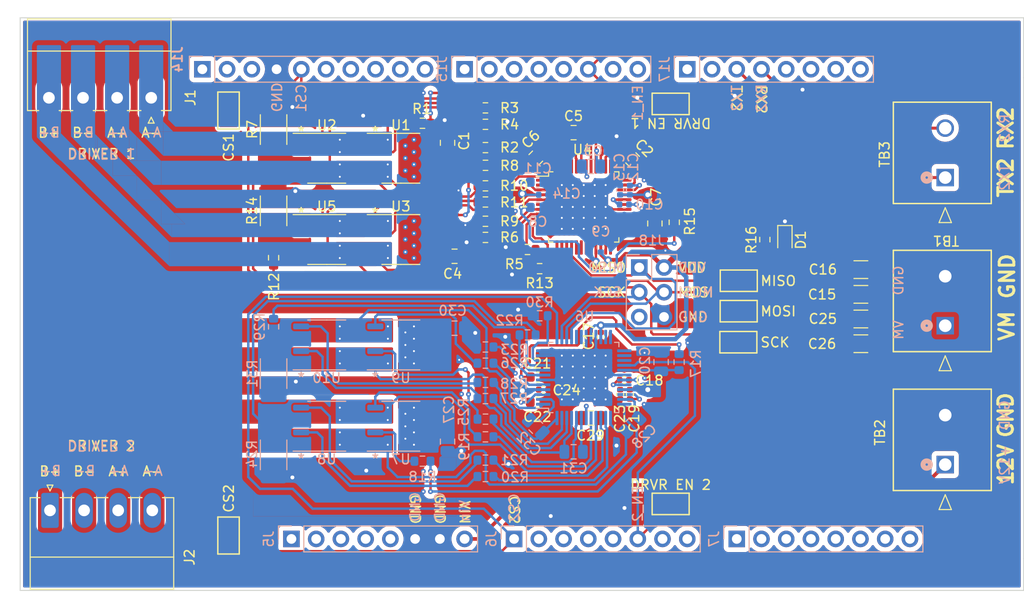
<source format=kicad_pcb>
(kicad_pcb (version 20221018) (generator pcbnew)
  (layers (0 "F.Cu" signal) (1 "In1.Cu" power "GND") (2 "In2.Cu" power "PWR") (31 "B.Cu" signal) (34 "B.Paste" user) (35 "F.Paste" user) (36 "B.SilkS" user "B.Silkscreen") (37 "F.SilkS" user "F.Silkscreen") (38 "B.Mask" user) (39 "F.Mask" user) (44 "Edge.Cuts" user))
  (net 0 "")
  (net 1 "GND")
  (net 2 "/CS1")
  (net 3 "/SCK")
  (net 4 "/MOSI")
  (net 5 "/MISO")
  (net 6 "/DRV_ENN_1")
  (net 7 "/CS2")
  (net 8 "/DRV_ENN_2")
  (net 11 "+12V")
  (net 12 "unconnected-(J18-Pin_5-Pad5)")
  (net 13 "/Untitled Sheet/RX2")
  (net 14 "/Untitled Sheet/TX2")
  (net 37 "/H-Bridge/SRBL")
  (net 38 "/H-Bridge/SRBH")
  (net 39 "Net-(U5-G1)")
  (net 40 "/H-Bridge/LB_1")
  (net 41 "/H-Bridge/LB_2")
  (net 47 "Net-(U5-G2)")
  (net 48 "Net-(U3-G1)")
  (net 49 "/H-Bridge/HB_1")
  (net 50 "/H-Bridge/HB_2")
  (net 51 "Net-(U3-G2)")
  (net 52 "/H-Bridge/SRAL")
  (net 53 "/H-Bridge/SRAH")
  (net 54 "Net-(U4-VCC)")
  (net 55 "Net-(U4-5VOUT)")
  (net 56 "/H-Bridge/LA_2")
  (net 57 "Net-(U2-G2)")
  (net 58 "Net-(U1-G1)")
  (net 59 "/H-Bridge/HA_1")
  (net 60 "/H-Bridge/HA_2")
  (net 61 "Net-(U1-G2)")
  (net 62 "VDD")
  (net 63 "Net-(U2-G1)")
  (net 64 "/H-Bridge/LA_1")
  (net 65 "Vdrive")
  (net 66 "/H-Bridge/CB_1")
  (net 67 "Net-(U4-12VOUT)")
  (net 75 "Net-(U4-CPO)")
  (net 76 "Net-(U4-CPI)")
  (net 77 "Net-(U4-VCP)")
  (net 78 "/H-Bridge/CA_2")
  (net 79 "/H-Bridge/CA_1")
  (net 80 "/H-Bridge/CB_2")
  (net 84 "Net-(D1-A)")
  (net 89 "Net-(U5-S1)")
  (net 90 "Net-(U2-S1)")
  (net 91 "/H-Bridge_2/B+_2")
  (net 92 "/H-Bridge_2/B-_2")
  (net 93 "/H-Bridge_2/A-_2")
  (net 94 "/H-Bridge_2/A+_2")
  (net 95 "/H-Bridge/B-_1")
  (net 96 "/H-Bridge/B+_1")
  (net 97 "/H-Bridge/A-_1")
  (net 98 "/H-Bridge/A+_1")
  (net 100 "Net-(U8-S1)")
  (net 101 "Net-(U10-S1)")
  (net 102 "/H-Bridge_2/HB_2")
  (net 103 "Net-(U9-G2)")
  (net 104 "/H-Bridge_2/SRAH")
  (net 105 "Net-(U8-G1)")
  (net 106 "/H-Bridge_2/LA_1")
  (net 107 "/H-Bridge_2/LA_2")
  (net 108 "Net-(U8-G2)")
  (net 109 "Net-(U7-G1)")
  (net 110 "/H-Bridge_2/HA_1")
  (net 111 "/H-Bridge_2/SRAL")
  (net 112 "Net-(U6-VCC)")
  (net 113 "Net-(U6-5VOUT)")
  (net 114 "/H-Bridge_2/LB_2")
  (net 115 "Net-(U10-G2)")
  (net 116 "Net-(U9-G1)")
  (net 117 "/H-Bridge_2/HB_1")
  (net 118 "Net-(U10-G1)")
  (net 119 "/H-Bridge_2/LB_1")
  (net 120 "/H-Bridge_2/SRBH")
  (net 121 "/H-Bridge_2/SRBL")
  (net 122 "/H-Bridge_2/HA_2")
  (net 123 "Net-(U7-G2)")
  (net 124 "/H-Bridge_2/CB_1")
  (net 125 "Net-(U6-12VOUT)")
  (net 133 "Net-(U6-CPO)")
  (net 134 "Net-(U6-CPI)")
  (net 135 "Net-(U6-VCP)")
  (net 136 "/H-Bridge_2/CA_2")
  (net 137 "/H-Bridge_2/CA_1")
  (net 138 "/H-Bridge_2/CB_2")
  (net 139 "unconnected-(J6-Pin_8-Pad8)")
  (footprint "Capacitor_SMD:C_0805_2012Metric" (layer "F.Cu") (at 148.865 87.57 90)
    (fp_text reference "C1")
    (fp_text value "470nF")
  )
  (footprint "Resistor_SMD:R_0603_1608Metric" (layer "F.Cu") (at 152.755 85.67)
    (fp_text reference "R4")
    (fp_text value "22")
  )
  (footprint "JLCPCB_Connectors_THT:Screw_P5.08mm_2POS_PHX" (layer "F.Cu") (at 199.96 106.36 90)
    (fp_text reference "TB1")
    (fp_text value "1715721")
  )
  (footprint "TestPoint:TestPoint_Keystone_5015_Micro-Minature" (layer "F.Cu") (at 126.38 84.25 90)
    (fp_text reference "TP6" hide)
    (fp_text value "CS1")
  )
  (footprint "Capacitor_SMD:C_1206_3216Metric" (layer "F.Cu") (at 191.297551 105.671826 180)
    (fp_text reference "C25")
    (fp_text value "10uF")
  )
  (footprint "Capacitor_SMD:C_0402_1005Metric" (layer "F.Cu") (at 166.586016 113.413301 -90)
    (fp_text reference "C23")
    (fp_text value "100nF")
  )
  (footprint "Resistor_SMD:R_0603_1608Metric" (layer "F.Cu") (at 152.755 88.06)
    (fp_text reference "R2")
    (fp_text value "22")
  )
  (footprint "Capacitor_SMD:C_1206_3216Metric" (layer "F.Cu") (at 191.300002 103.140001 180)
    (fp_text reference "C15")
    (fp_text value "10uF")
  )
  (footprint "Capacitor_SMD:C_0805_2012Metric" (layer "F.Cu") (at 149.585 99.225)
    (fp_text reference "C4")
    (fp_text value "470nF")
  )
  (footprint "Capacitor_SMD:C_0805_2012Metric" (layer "F.Cu") (at 167.864263 89.297996 -45)
    (fp_text reference "C2")
    (fp_text value "220nF")
  )
  (footprint "Capacitor_SMD:C_0805_2012Metric" (layer "F.Cu") (at 161.8075 86.522501)
    (fp_text reference "C5")
    (fp_text value "220nF")
  )
  (footprint "Capacitor_SMD:C_1206_3216Metric" (layer "F.Cu") (at 191.297551 108.211827 180)
    (fp_text reference "C26")
    (fp_text value "10uF")
  )
  (footprint "Resistor_SMD:R_0603_1608Metric" (layer "F.Cu") (at 181.4408 97.5142 -90)
    (fp_text reference "R16")
    (fp_text value "1k")
  )
  (footprint "Capacitor_SMD:C_0805_2012Metric" (layer "F.Cu") (at 157.925 89.115 -135)
    (fp_text reference "C6")
    (fp_text value "220nF")
  )
  (footprint "Resistor_SMD:R_0603_1608Metric" (layer "F.Cu") (at 152.755 93.65)
    (fp_text reference "R11")
    (fp_text value "22")
  )
  (footprint "Resistor_SMD:R_0603_1608Metric" (layer "F.Cu") (at 152.755 95.63)
    (fp_text reference "R9")
    (fp_text value "22")
  )
  (footprint "TestPoint:TestPoint_Keystone_5015_Micro-Minature" (layer "F.Cu") (at 178.752742 104.865485 180)
    (fp_text reference "TP2" hide)
    (fp_text value "MOSI")
  )
  (footprint "Capacitor_SMD:C_0603_1608Metric" (layer "F.Cu") (at 158.131015 114.2258)
    (fp_text reference "C22")
    (fp_text value "2.2uF")
  )
  (footprint "Capacitor_SMD:C_0402_1005Metric" (layer "F.Cu") (at 167.011016 111.933301 180)
    (fp_text reference "C18")
    (fp_text value "22nF")
  )
  (footprint "Capacitor_SMD:C_0402_1005Metric" (layer "F.Cu") (at 158.706015 112.933302)
    (fp_text reference "C24")
    (fp_text value "100nF")
  )
  (footprint "Resistor_SMD:R_0603_1608Metric" (layer "F.Cu") (at 131.005 99.375 90)
    (fp_text reference "R12")
    (fp_text value "47")
  )
  (footprint "Capacitor_SMD:C_0402_1005Metric" (layer "F.Cu") (at 167.586014 113.413301 -90)
    (fp_text reference "C19")
    (fp_text value "100nF")
  )
  (footprint "TestPoint:TestPoint_Keystone_5015_Micro-Minature" (layer "F.Cu") (at 171.77 83.57 180)
    (fp_text reference "TP9" hide)
    (fp_text value "DRV_EN_1")
  )
  (footprint "Package_QFP:TQFP-48-1EP_7x7mm_P0.5mm_EP5x5mm_ThermalVias" (layer "F.Cu") (at 162.8475 94.1575)
    (fp_text reference "U4")
    (fp_text value "TMC5160A-TA")
  )
  (footprint "JLCPCB_Connectors_THT:P3.50mm_4POS_Right_TE" (layer "F.Cu") (at 118.44 82.9425 180)
    (fp_text reference "J1")
    (fp_text value "2350514-4")
  )
  (footprint "Capacitor_SMD:C_0603_1608Metric" (layer "F.Cu") (at 158.136016 111.635801)
    (fp_text reference "C21")
    (fp_text value "2.2uF")
  )
  (footprint "Capacitor_SMD:C_0805_2012Metric" (layer "F.Cu") (at 170.15 95.8575 -90)
    (fp_text reference "C7")
    (fp_text value "470nF")
  )
  (footprint "Resistor_SMD:R_2010_5025Metric" (layer "F.Cu") (at 131.005 86.207499 -90)
    (fp_text reference "R7")
    (fp_text value "0.075")
  )
  (footprint "Resistor_SMD:R_0603_1608Metric" (layer "F.Cu") (at 152.76 89.88 180)
    (fp_text reference "R8")
    (fp_text value "22")
  )
  (footprint "Capacitor_SMD:C_0805_2012Metric" (layer "F.Cu") (at 163.588514 115.8458 180)
    (fp_text reference "C29")
    (fp_text value "220nF")
  )
  (footprint "Package_SO:SOP-8_3.9x4.9mm_P1.27mm" (layer "F.Cu") (at 144.070005 97.505001)
    (fp_text reference "U3")
    (fp_text value "AO4882")
  )
  (footprint "Resistor_SMD:R_0603_1608Metric" (layer "F.Cu") (at 146.29 85.56 180)
    (fp_text reference "R1")
    (fp_text value "22")
  )
  (footprint "Resistor_SMD:R_0603_1608Metric" (layer "F.Cu") (at 152.755 83.98 180)
    (fp_text reference "R3")
    (fp_text value "22")
  )
  (footprint "TestPoint:TestPoint_Keystone_5015_Micro-Minature" (layer "F.Cu") (at 171.77 124.67 180)
    (fp_text reference "TP7" hide)
    (fp_text value "DRV_EN_2")
  )
  (footprint "JLCPCB_Connectors_THT:P3.50mm_4POS_Right_TE" (layer "F.Cu") (at 108.05 125.3375)
    (fp_text reference "J2")
    (fp_text value "2350514-4")
  )
  (footprint "Package_SO:SOP-8_3.9x4.9mm_P1.27mm" (layer "F.Cu") (at 136.459995 89.154999)
    (fp_text reference "U2")
    (fp_text value "AO4882")
  )
  (footprint "JLCPCB_Connectors_THT:Screw_P5.08mm_2POS_PHX" (layer "F.Cu") (at 199.96 91.14 90)
    (fp_text reference "TB3")
    (fp_text value "1715721")
  )
  (footprint "Capacitor_SMD:C_0402_1005Metric" (layer "F.Cu") (at 164.598514 107.520799 -90)
    (fp_text reference "C17")
    (fp_text value "100nF")
  )
  (footprint "Package_SO:SOP-8_3.9x4.9mm_P1.27mm" (layer "F.Cu") (at 144.07 89.155)
    (fp_text reference "U1")
    (fp_text value "AO4882")
  )
  (footprint "Resistor_SMD:R_0603_1608Metric" (layer "F.Cu") (at 158.32 100.5)
    (fp_text reference "R13")
    (fp_text value "47")
  )
  (footprint "Capacitor_SMD:C_1206_3216Metric" (layer "F.Cu") (at 191.300001 100.600001 180)
    (fp_text reference "C16")
    (fp_text value "10uF")
  )
  (footprint "Resistor_SMD:R_0603_1608Metric" (layer "F.Cu") (at 157.075 98.53)
    (fp_text reference "R5")
    (fp_text value "47")
  )
  (footprint "TestPoint:TestPoint_Keystone_5015_Micro-Minature" (layer "F.Cu") (at 178.722742 108.055485 180)
    (fp_text reference "TP4" hide)
    (fp_text value "CLK")
  )
  (footprint "Resistor_SMD:R_0603_1608Metric" (layer "F.Cu") (at 152.755 97.29)
    (fp_text reference "R6")
    (fp_text value "47")
  )
  (footprint "LED_SMD:LED_0603_1608Metric" (layer "F.Cu") (at 183.500801 97.5517 -90)
    (fp_text reference "D1")
    (fp_text value "GREEN")
  )
  (footprint "TestPoint:TestPoint_Keystone_5015_Micro-Minature" (layer "F.Cu") (at 178.762742 101.74 180)
    (fp_text reference "TP1" hide)
    (fp_text value "MISO")
  )
  (footprint "JLCPCB_Connectors_THT:Screw_P5.08mm_2POS_PHX" (layer "F.Cu") (at 199.96 120.63 90)
    (fp_text reference "TB2")
    (fp_text value "1715721")
  )
  (footprint "Package_SO:SOP-8_3.9x4.9mm_P1.27mm" (layer "F.Cu") (at 136.46 97.505001)
    (fp_text reference "U5")
    (fp_text value "AO4882")
  )
  (footprint "TestPoint:TestPoint_Keystone_5015_Micro-Minature" (layer "F.Cu") (at 126.38 127.92 -90)
    (fp_text reference "TP5" hide)
    (fp_text value "CS2")
  )
  (footprint "Resistor_SMD:R_2010_5025Metric" (layer "F.Cu") (at 131.005 94.557501 -90)
    (fp_text reference "R14")
    (fp_text value "0.075")
  )
  (footprint "Resistor_SMD:R_0603_1608Metric" (layer "F.Cu") (at 152.755 91.989999 180)
    (fp_text reference "R10")
    (fp_text value "22")
  )
  (footprint "Resistor_SMD:R_0603_1608Metric" (layer "F.Cu") (at 172.14 95.735 -90)
    (fp_text reference "R15")
    (fp_text value "2.2")
  )
  (footprint "Capacitor_SMD:C_0603_1608Metric" (layer "B.Cu") (at 158.13 91.615)
    (fp_text reference "C11")
    (fp_text value "2.2uF")
  )
  (footprint "Capacitor_SMD:C_0805_2012Metric" (layer "B.Cu") (at 163.5875 89.995 180)
    (fp_text reference "C3")
    (fp_text value "220nF")
  )
  (footprint "Capacitor_SMD:C_0805_2012Metric" (layer "B.Cu") (at 148.866014 118.2708 -90)
    (fp_text reference "C27")
    (fp_text value "470nF")
  )
  (footprint "Connector_PinHeader_2.54mm:PinHeader_1x08_P2.54mm_Vertical" (layer "B.Cu") (at 178.556585 128.27 -90)
    (fp_text reference "J7")
    (fp_text value "Analog")
  )
  (footprint "Capacitor_SMD:C_0402_1005Metric" (layer "B.Cu") (at 158.705001 92.907499)
    (fp_text reference "C14")
    (fp_text value "100nF")
  )
  (footprint "Capacitor_SMD:C_0603_1608Metric" (layer "B.Cu") (at 158.135001 94.204999)
    (fp_text reference "C8")
    (fp_text value "2.2uF")
  )
  (footprint "Connector_PinHeader_2.54mm:PinHeader_1x08_P2.54mm_Vertical" (layer "B.Cu") (at 132.836585 128.27 -90)
    (fp_text reference "J5")
    (fp_text value "Power")
  )
  (footprint "Resistor_SMD:R_0603_1608Metric" (layer "B.Cu") (at 152.761016 115.9608 180)
    (fp_text reference "R25")
    (fp_text value "22")
  )
  (footprint "Package_SO:SOP-8_3.9x4.9mm_P1.27mm" (layer "B.Cu") (at 136.46101 116.685801)
    (fp_text reference "U8")
    (fp_text value "AO4882")
  )
  (footprint "Package_SO:SOP-8_3.9x4.9mm_P1.27mm" (layer "B.Cu") (at 144.071015 116.6858)
    (fp_text reference "U7")
    (fp_text value "AO4882")
  )
  (footprint "Package_SO:SOP-8_3.9x4.9mm_P1.27mm" (layer "B.Cu") (at 136.461015 108.335799)
    (fp_text reference "U10")
    (fp_text value "AO4882")
  )
  (footprint "Resistor_SMD:R_0603_1608Metric" (layer "B.Cu") (at 131.006015 106.4658 -90)
    (fp_text reference "R29")
    (fp_text value "47")
  )
  (footprint "Resistor_SMD:R_0603_1608Metric" (layer "B.Cu") (at 152.756016 117.7808)
    (fp_text reference "R19")
    (fp_text value "22")
  )
  (footprint "Resistor_SMD:R_0603_1608Metric" (layer "B.Cu") (at 152.756015 108.5508)
    (fp_text reference "R23")
    (fp_text value "47")
  )
  (footprint "Resistor_SMD:R_0603_1608Metric" (layer "B.Cu") (at 146.291015 120.2808 180)
    (fp_text reference "R18")
    (fp_text value "22")
  )
  (footprint "Capacitor_SMD:C_0402_1005Metric" (layer "B.Cu") (at 166.585 92.4275 90)
    (fp_text reference "C13")
    (fp_text value "100nF")
  )
  (footprint "Resistor_SMD:R_0603_1608Metric" (layer "B.Cu") (at 172.64 110.099563 90)
    (fp_text reference "R17")
    (fp_text value "2.2")
  )
  (footprint "Capacitor_SMD:C_0402_1005Metric" (layer "B.Cu") (at 164.5975 98.32 90)
    (fp_text reference "C9")
    (fp_text value "100nF")
  )
  (footprint "Capacitor_SMD:C_0805_2012Metric" (layer "B.Cu") (at 161.808514 119.318299)
    (fp_text reference "C31")
    (fp_text value "220nF")
  )
  (footprint "Resistor_SMD:R_0603_1608Metric" (layer "B.Cu") (at 152.756016 120.1708)
    (fp_text reference "R21")
    (fp_text value "22")
  )
  (footprint "Resistor_SMD:R_0603_1608Metric" (layer "B.Cu") (at 157.076014 107.3108)
    (fp_text reference "R22")
    (fp_text value "47")
  )
  (footprint "Connector_PinSocket_2.54mm:PinSocket_2x03_P2.54mm_Vertical" (layer "B.Cu") (at 168.548985 100.3808 180)
    (fp_text reference "J18")
    (fp_text value "Conn_02x03_Odd_Even")
  )
  (footprint "Capacitor_SMD:C_0402_1005Metric" (layer "B.Cu") (at 167.010002 93.9075 180)
    (fp_text reference "C10")
    (fp_text value "22nF")
  )
  (footprint "Package_SO:SOP-8_3.9x4.9mm_P1.27mm" (layer "B.Cu") (at 144.071019 108.335799)
    (fp_text reference "U9")
    (fp_text value "AO4882")
  )
  (footprint "Connector_PinHeader_2.54mm:PinHeader_1x08_P2.54mm_Vertical" (layer "B.Cu") (at 173.476585 80.01 -90)
    (fp_text reference "J17")
    (fp_text value "Communication")
  )
  (footprint "Connector_PinHeader_2.54mm:PinHeader_1x08_P2.54mm_Vertical" (layer "B.Cu") (at 150.616585 80.01 -90)
    (fp_text reference "J15")
    (fp_text value "Digital")
  )
  (footprint "Capacitor_SMD:C_0805_2012Metric" (layer "B.Cu") (at 170.79 110.099563 90)
    (fp_text reference "C20")
    (fp_text value "470nF")
  )
  (footprint "Capacitor_SMD:C_0805_2012Metric" (layer "B.Cu") (at 167.865279 116.542805 45)
    (fp_text reference "C28")
    (fp_text value "220nF")
  )
  (footprint "Resistor_SMD:R_0603_1608Metric" (layer "B.Cu") (at 152.756015 110.210801)
    (fp_text reference "R26")
    (fp_text value "22")
  )
  (footprint "Package_QFP:TQFP-48-1EP_7x7mm_P0.5mm_EP5x5mm_ThermalVias" (layer "B.Cu") (at 162.848514 111.6833)
    (fp_text reference "U6")
    (fp_text value "TMC5160A-TA")
  )
  (footprint "Resistor_SMD:R_2010_5025Metric" (layer "B.Cu") (at 131.006014 119.633301 90)
    (fp_text reference "R24")
    (fp_text value "0.075")
  )
  (footprint "Resistor_SMD:R_0603_1608Metric" (layer "B.Cu") (at 152.756016 112.1908)
    (fp_text reference "R28")
    (fp_text value "22")
  )
  (footprint "Capacitor_SMD:C_0402_1005Metric" (layer "B.Cu") (at 167.584999 92.4275 90)
    (fp_text reference "C12")
    (fp_text value "100nF")
  )
  (footprint "Resistor_SMD:R_0603_1608Metric" (layer "B.Cu") (at 158.321015 105.3408)
    (fp_text reference "R30")
    (fp_text value "47")
  )
  (footprint "Capacitor_SMD:C_0805_2012Metric" (layer "B.Cu") (at 157.926014 116.7258 135)
    (fp_text reference "C32")
    (fp_text value "220nF")
  )
  (footprint "Capacitor_SMD:C_0805_2012Metric" (layer "B.Cu") (at 149.586015 106.6158)
    (fp_text reference "C30")
    (fp_text value "470nF")
  )
  (footprint "Resistor_SMD:R_0603_1608Metric" (layer "B.Cu") (at 152.756015 121.860801 180)
    (fp_text reference "R20")
    (fp_text value "22")
  )
  (footprint "Resistor_SMD:R_2010_5025Metric" (layer "B.Cu") (at 131.006015 111.283298 90)
    (fp_text reference "R31")
    (fp_text value "0.075")
  )
  (footprint "Connector_PinHeader_2.54mm:PinHeader_1x08_P2.54mm_Vertical" (layer "B.Cu") (at 155.696585 128.27 -90)
    (fp_text reference "J6")
    (fp_text value "Analog")
  )
  (footprint "Resistor_SMD:R_0603_1608Metric" (layer "B.Cu") (at 152.756016 113.850801 180)
    (fp_text reference "R27")
    (fp_text value "22")
  )
  (footprint "Connector_PinHeader_2.54mm:PinHeader_1x10_P2.54mm_Vertical" (layer "B.Cu") (at 123.692585 80.01 -90)
    (fp_text reference "J14")
    (fp_text value "Digital")
  )
  (gr_line (start 104.99 133.56) (end 208.01 133.56) (stroke (width 0.1)) (layer "Edge.Cuts"))
  (gr_line (start 208.01 133.56) (end 208.01 130.28) (stroke (width 0.1)) (layer "Edge.Cuts"))
  (gr_line (start 208.01 93.52) (end 208.01 80.88) (stroke (width 0.1)) (layer "Edge.Cuts"))
  (gr_line (start 208.01 74.72) (end 104.99 74.72) (stroke (width 0.1)) (layer "Edge.Cuts"))
  (gr_line (start 208.01 80.88) (end 208.01 74.72) (stroke (width 0.1)) (layer "Edge.Cuts"))
  (gr_line (start 104.99 74.72) (end 104.99 133.56) (stroke (width 0.1)) (layer "Edge.Cuts"))
  (gr_line (start 208.01 130.28) (end 208.01 93.52) (stroke (width 0.1)) (layer "Edge.Cuts"))
  (gr_text "VDD" (at 175.498096 100.4) (layer "B.SilkS") (effects (font (size 1 1) (thickness 0.153)) (justify left mirror)))
  (gr_text "A+" (at 114.94 86.509999) (layer "B.SilkS") (effects (font (size 1 1) (thickness 0.153)) (justify mirror)))
  (gr_text "GND" (at 145.536585 124.989524 90) (layer "B.SilkS") (effects (font (size 1 1) (thickness 0.153)) (justify mirror)))
  (gr_text "+12V" (at 206.06 120.63 90) (layer "B.SilkS") (effects (font (size 1 1) (thickness 0.153)) (justify mirror)))
  (gr_text "A-" (at 118.57 121.28) (layer "B.SilkS") (effects (font (size 1 1) (thickness 0.153)) (justify mirror)))
  (gr_text "DRIVER 2" (at 113.32 118.69 180) (layer "B.SilkS") (effects (font (size 1 1) (thickness 0.153)) (justify mirror)))
  (gr_text "GND" (at 148.076585 124.989524 90) (layer "B.SilkS") (effects (font (size 1 1) (thickness 0.153)) (justify mirror)))
  (gr_text "GND" (at 131.28 82.89 -90) (layer "B.SilkS") (effects (font (size 1 1) (thickness 0.153)) (justify mirror)))
  (gr_text "EN_2" (at 168.4 124.68 90) (layer "B.SilkS") (effects (font (size 1 1) (thickness 0.153)) (justify mirror)))
  (gr_text "MISO\n" (at 167.04 100.3808) (layer "B.SilkS") (effects (font (size 1 1) (thickness 0.153)) (justify left mirror)))
  (gr_text "Vin" (at 150.62 125.394286 90) (layer "B.SilkS") (effects (font (size 1 1) (thickness 0.153)) (justify mirror)))
  (gr_text "B+" (at 108.07 121.28) (layer "B.SilkS") (effects (font (size 1 1) (thickness 0.153)) (justify mirror)))
  (gr_text "RX2" (at 181.096585 82.979999 90) (layer "B.SilkS") (effects (font (size 1 1) (thickness 0.153)) (justify mirror)))
  (gr_text "CS2" (at 155.7 125.060952 90) (layer "B.SilkS") (effects (font (size 1 1) (thickness 0.153)) (justify mirror)))
  (gr_text "*" (at 141.446015 120.05) (layer "B.SilkS") (effects (font (size 1 1) (thickness 0.153)) (justify mirror)))
  (gr_text "*" (at 133.836015 111.7) (layer "B.SilkS") (effects (font (size 1 1) (thickness 0.153)) (justify mirror)))
  (gr_text "A+" (at 115.07 121.279999) (layer "B.SilkS") (effects (font (size 1 1) (thickness 0.153)) (justify mirror)))
  (gr_text "SCK" (at 166.88 102.9208) (layer "B.SilkS") (effects (font (size 1 1) (thickness 0.153)) (justify left mirror)))
  (gr_text "MOSI" (at 176.26 102.9208) (layer "B.SilkS") (effects (font (size 1 1) (thickness 0.153)) (justify left mirror)))
  (gr_text "EN_1" (at 168.396585 83.48 90) (layer "B.SilkS") (effects (font (size 1 1) (thickness 0.153)) (justify mirror)))
  (gr_text "B-\n" (at 111.57 121.28) (layer "B.SilkS") (effects (font (size 1 1) (thickness 0.153)) (justify mirror)))
  (gr_text "GND" (at 206.06 115.550001 90) (layer "B.SilkS") (effects (font (size 1 1) (thickness 0.153)) (justify mirror)))
  (gr_text "GND" (at 195.152552 101.711827 90) (layer "B.SilkS") (effects (font (size 1 1) (thickness 0.153)) (justify mirror)))
  (gr_text "B-" (at 111.44 86.509999) (layer "B.SilkS") (effects (font (size 1 1) (thickness 0.153)) (justify mirror)))
  (gr_text "DRIVER 1" (at 113.330001 88.684515 180) (layer "B.SilkS") (effects (font (size 1 1) (thickness 0.153)) (justify mirror)))
  (gr_text "GND" (at 175.688572 105.4608) (layer "B.SilkS") (effects (font (size 1 1) (thickness 0.153)) (justify left mirror)))
  (gr_text "CS1" (at 133.852585 82.979999 90) (layer "B.SilkS") (effects (font (size 1 1) (thickness 0.153)) (justify mirror)))
  (gr_text "*" (at 141.446019 111.69) (layer "B.SilkS") (effects (font (size 1 1) (thickness 0.153)) (justify mirror)))
  (gr_text "B+" (at 107.94 86.51) (layer "B.SilkS") (effects (font (size 1 1) (thickness 0.153)) (justify mirror)))
  (gr_text "TX2" (at 206.06 91.140001 90) (layer "B.SilkS") (effects (font (size 1 1) (thickness 0.153)) (justify mirror)))
  (gr_text "A-" (at 118.44 86.509999) (layer "B.SilkS") (effects (font (size 1 1) (thickness 0.153)) (justify mirror)))
  (gr_text "VM" (at 195.152552 106.791826 90) (layer "B.SilkS") (effects (font (size 1 1) (thickness 0.153)) (justify mirror)))
  (gr_text "*" (at 133.83601 120.05) (layer "B.SilkS") (effects (font (size 1 1) (thickness 0.153)) (justify mirror)))
  (gr_text "TX2" (at 178.556585 82.98 90) (layer "B.SilkS") (effects (font (size 1 1) (thickness 0.153)) (justify mirror)))
  (gr_text "RX2" (at 206.06 86.06 90) (layer "B.SilkS") (effects (font (size 1 1) (thickness 0.153)) (justify mirror)))
  (gr_text "CS2" (at 127 124.11 90) (layer "F.SilkS") (effects (font (size 1 1) (thickness 0.153)) (justify bottom)))
  (gr_text "GND" (at 148.076585 125.21 270) (layer "F.SilkS") (effects (font (size 1 1) (thickness 0.153))))
  (gr_text "RX2" (at 207.056 86.06 90) (layer "F.SilkS") (effects (font (size 1.5 1.5) (thickness 0.3) bold) (justify bottom)))
  (gr_text "VIN" (at 150.616585 125.543334 270) (layer "F.SilkS") (effects (font (size 1 1) (thickness 0.153))))
  (gr_text "CS2" (at 155.72 125.281429 270) (layer "F.SilkS") (effects (font (size 1 1) (thickness 0.153))))
  (gr_text "VDD" (at 175.498096 100.986285) (layer "F.SilkS") (effects (font (size 1 1) (thickness 0.153)) (justify right bottom)))
  (gr_text "GND" (at 207.2 101.280001 90) (layer "F.SilkS") (effects (font (size 1.5 1.5) (thickness 0.3) bold) (justify bottom)))
  (gr_text "B-" (at 112.688548 87.115484) (layer "F.SilkS") (effects (font (size 1 1) (thickness 0.153)) (justify right bottom)))
  (gr_text "GND" (at 175.688572 106.066285) (layer "F.SilkS") (effects (font (size 1 1) (thickness 0.153)) (justify right bottom)))
  (gr_text "A-" (at 119.617119 87.115484) (layer "F.SilkS") (effects (font (size 1 1) (thickness 0.153)) (justify right bottom)))
  (gr_text "DRVR EN 1" (at 171.770001 84.95 180) (layer "F.SilkS") (effects (font (size 1 1) (thickness 0.153)) (justify bottom)))
  (gr_text "B+" (at 109.188548 87.115485) (layer "F.SilkS") (effects (font (size 1 1) (thickness 0.153)) (justify right bottom)))
  (gr_text "*" (at 133.835 94.77) (layer "F.SilkS") (effects (font (size 1 1) (thickness 0.153))))
  (gr_text "MOSI" (at 176.26 103.526285) (layer "F.SilkS") (effects (font (size 1 1) (thickness 0.153)) (justify right bottom)))
  (gr_text "*" (at 141.44 94.8) (layer "F.SilkS") (effects (font (size 1 1) (thickness 0.153))))
  (gr_text "*" (at 141.445 86.43) (layer "F.SilkS") (effects (font (size 1 1) (thickness 0.153))))
  (gr_text "MOSI" (at 184.729408 105.47097) (layer "F.SilkS") (effects (font (size 1 1) (thickness 0.153)) (justify right bottom)))
  (gr_text "GND" (at 207.056 115.550001 90) (layer "F.SilkS") (effects (font (size 1.5 1.5) (thickness 0.3) bold) (justify bottom)))
  (gr_text "RX2" (at 181.096585 83.119048 270) (layer "F.SilkS") (effects (font (size 1 1) (thickness 0.153))))
  (gr_text "DRVR EN 2" (at 171.77 123.3) (layer "F.SilkS") (effects (font (size 1 1) (thickness 0.153)) (justify bottom)))
  (gr_text "MISO" (at 167.28 100.986285) (layer "F.SilkS") (effects (font (size 1 1) (thickness 0.153)) (justify right bottom)))
  (gr_text "SCK" (at 167.28 103.526285) (layer "F.SilkS") (effects (font (size 1 1) (thickness 0.153)) (justify right bottom)))
  (gr_text "SCK" (at 184.062742 108.66097) (layer "F.SilkS") (effects (font (size 1 1) (thickness 0.153)) (justify right bottom)))
  (gr_text "TX2" (at 178.556585 83 270) (layer "F.SilkS") (effects (font (size 1 1) (thickness 0.153))))
  (gr_text "DRIVER 2" (at 113.319999 119.295485) (layer "F.SilkS") (effects (font (size 1 1) (thickness 0.153)) (justify bottom)))
  (gr_text "CS1" (at 126.98 88.05 90) (layer "F.SilkS") (effects (font (size 1 1) (thickness 0.153)) (justify bottom)))
  (gr_text "DRIVER 1" (at 113.33 89.29) (layer "F.SilkS") (effects (font (size 1 1) (thickness 0.153)) (justify bottom)))
  (gr_text "*" (at 133.834995 86.44) (layer "F.SilkS") (effects (font (size 1 1) (thickness 0.153))))
  (gr_text "B+" (at 109.318548 121.9092) (layer "F.SilkS") (effects (font (size 1 1) (thickness 0.153)) (justify right bottom)))
  (gr_text "12V" (at 207.056 120.63 90) (layer "F.SilkS") (effects (font (size 1.5 1.5) (thickness 0.3) bold) (justify bottom)))
  (gr_text "VM" (at 207.150001 106.380001 90) (layer "F.SilkS") (effects (font (size 1.5 1.5) (thickness 0.3) bold) (justify bottom)))
  (gr_text "A+" (at 116.247119 121.9092) (layer "F.SilkS") (effects (font (size 1 1) (thickness 0.153)) (justify right bottom)))
  (gr_text "B-" (at 112.818548 121.9092) (layer "F.SilkS") (effects (font (size 1 1) (thickness 0.153)) (justify right bottom)))
  (gr_text "A-" (at 119.747119 121.9092) (layer "F.SilkS") (effects (font (size 1 1) (thickness 0.153)) (justify right bottom)))
  (gr_text "GND" (at 145.536585 125.21 270) (layer "F.SilkS") (effects (font (size 1 1) (thickness 0.153))))
  (gr_text "A+" (at 116.117119 87.115484) (layer "F.SilkS") (effects (font (size 1 1) (thickness 0.153)) (justify right bottom)))
  (gr_text "MISO" (at 184.729408 102.345485) (layer "F.SilkS") (effects (font (size 1 1) (thickness 0.153)) (justify right bottom)))
  (gr_text "TX2" (at 207.056 91.140001 90) (layer "F.SilkS") (effects (font (size 1.5 1.5) (thickness 0.3) bold) (justify bottom)))
  (segment (start 165.3475 94.4075) (end 165.0975 94.1575) (width 0.25) (layer "F.Cu") (net 1))
  (segment (start 158.906015 114.225801) (end 159.198515 113.933301) (width 0.25) (layer "F.Cu") (net 1))
  (segment (start 148.57 85.24) (end 148.57 86.325) (width 0.25) (layer "F.Cu") (net 1))
  (segment (start 160.551015 111.6358) (end 160.598515 111.6833) (width 0.25) (layer "F.Cu") (net 1))
  (segment (start 158.911015 111.635801) (end 160.551015 111.6358) (width 0.25) (layer "F.Cu") (net 1))
  (segment (start 164.598514 108.000801) (end 164.598514 108.9333) (width 0.25) (layer "F.Cu") (net 1))
  (segment (start 132.930003 83.894999) (end 132.935 83.890002) (width 0.25) (layer "F.Cu") (net 1))
  (segment (start 160.598515 112.808301) (end 160.598517 112.808304) (width 0.25) (layer "F.Cu") (net 1))
  (segment (start 164.0975 98.32) (end 164.0975 99.7675) (width 0.25) (layer "F.Cu") (net 1))
  (segment (start 166.586015 113.893301) (end 165.138515 113.893301) (width 0.25) (layer "F.Cu") (net 1))
  (segment (start 158.685 96.4075) (end 160.5975 96.4075) (width 0.25) (layer "F.Cu") (net 1))
  (segment (start 162.8475 96.4075) (end 163.0975 96.6575) (width 0.25) (layer "F.Cu") (net 1))
  (segment (start 163.0975 96.6575) (end 163.0975 98.32) (width 0.25) (layer "F.Cu") (net 1))
  (segment (start 167.01 94.4075) (end 165.3475 94.4075) (width 0.25) (layer "F.Cu") (net 1))
  (segment (start 165.223517 112.933298) (end 165.098516 112.8083) (width 0.25) (layer "F.Cu") (net 1))
  (segment (start 132.950005 92.245001) (end 133.235 92.529996) (width 0.25) (layer "F.Cu") (net 1))
  (segment (start 183.500801 96.764199) (end 183.5008 95.639196) (width 0.635) (layer "F.Cu") (net 1))
  (segment (start 159.198515 113.933301) (end 160.598513 113.933299) (width 0.25) (layer "F.Cu") (net 1))
  (segment (start 165.138515 113.893301) (end 165.098515 113.933301) (width 0.25) (layer "F.Cu") (net 1))
  (segment (start 148.57 86.325) (end 148.865 86.62) (width 0.25) (layer "F.Cu") (net 1))
  (segment (start 159.186015 112.933299) (end 160.473515 112.933299) (width 0.25) (layer "F.Cu") (net 1))
  (segment (start 164.0975 99.7675) (end 164.1 99.77) (width 0.25) (layer "F.Cu") (net 1))
  (segment (start 131.005 92.245001) (end 132.950005 92.245001) (width 0.25) (layer "F.Cu") (net 1))
  (segment (start 160.3475 93.907498) (end 160.597501 94.1575) (width 0.25) (layer "F.Cu") (net 1))
  (segment (start 131.005 83.894999) (end 132.930003 83.894999) (width 0.25) (layer "F.Cu") (net 1))
  (segment (start 160.473515 112.933299) (end 160.598515 112.808301) (width 0.25) (layer "F.Cu") (net 1))
  (segment (start 158.685 93.907498) (end 160.3475 93.907498) (width 0.25) (layer "F.Cu") (net 1))
  (segment (start 164.598514 108.9333) (end 165.098514 109.4333) (width 0.25) (layer "F.Cu") (net 1))
  (via (at 132.936014 121.950798) (size 0.8) (drill 0.4) (layers "F.Cu" "B.Cu") (net 1))
  (via (at 155.02 85.38) (size 0.8) (drill 0.4) (layers "F.Cu" "B.Cu") (net 1))
  (via (at 169.051015 114.4408) (size 0.5) (drill 0.2) (layers "F.Cu" "B.Cu") (net 1))
  (via (at 146.37 84.525) (size 0.5) (drill 0.2) (layers "F.Cu" "B.Cu") (net 1))
  (via (at 167.03 125.09) (size 0.8) (drill 0.4) (layers "F.Cu" "B.Cu") (net 1))
  (via (at 169.09 109.15) (size 0.5) (drill 0.2) (layers "F.Cu" "B.Cu") (net 1))
  (via (at 149.99 92.46) (size 0.5) (drill 0.2) (layers "F.Cu" "B.Cu") (net 1))
  (via (at 150.06 109.87) (size 0.5) (drill 0.2) (layers "F.Cu" "B.Cu") (net 1))
  (via (at 148.57 85.24) (size 0.8) (drill 0.4) (layers "F.Cu" "B.Cu") (net 1))
  (via (at 133.235 92.529996) (size 0.8) (drill 0.4) (layers "F.Cu" "B.Cu") (net 1))
  (via (at 183.5008 95.639196) (size 0.8) (drill 0.4) (layers "F.Cu" "B.Cu") (net 1))
  (via (at 133.29 112.1) (size 0.8) (drill 0.4) (layers "F.Cu" "B.Cu") (net 1))
  (via (at 154.79 107.5) (size 0.8) (drill 0.4) (layers "F.Cu" "B.Cu") (net 1))
  (via (at 178.35 82.74) (size 0.8) (drill 0.4) (layers "F.Cu" "B.Cu") (net 1))
  (via (at 132.935 83.890002) (size 0.8) (drill 0.4) (layers "F.Cu" "B.Cu") (net 1))
  (via (at 146.371015 123.4058) (size 0.5) (drill 0.2) (layers "F.Cu" "B.Cu") (net 1))
  (via (at 155.82 94.59) (size 0.5) (drill 0.2) (layers "F.Cu" "B.Cu") (net 1))
  (via (at 185.31 82.11) (size 0.8) (drill 0.4) (layers "F.Cu" "B.Cu") (net 1))
  (via (at 169.05 91.4) (size 0.5) (drill 0.2) (layers "F.Cu" "B.Cu") (net 1))
  (via (at 155.48 101.1) (size 0.8) (drill 0.4) (layers "F.Cu" "B.Cu") (net 1))
  (via (at 168.81 94.32) (size 0.5) (drill 0.2) (layers "F.Cu" "B.Cu") (net 1))
  (via (at 154.84 98.29) (size 0.8) (drill 0.4) (layers "F.Cu" "B.Cu") (net 1))
  (via (at 169.09 111.74) (size 0.5) (drill 0.2) (layers "F.Cu" "B.Cu") (net 1))
  (via (at 146.37 82.435) (size 0.5) (drill 0.2) (layers "F.Cu" "B.Cu") (net 1))
  (via (at 168.35 82.93) (size 0.8) (drill 0.4) (layers "F.Cu" "B.Cu") (net 1))
  (via (at 140.2 84.78) (size 0.8) (drill 0.4) (layers "F.Cu" "B.Cu") (net 1))
  (via (at 159.46 125.92) (size 0.8) (drill 0.4) (layers "F.Cu" "B.Cu") (net 1))
  (via (at 140.52 121.25) (size 0.8) (drill 0.4) (layers "F.Cu" "B.Cu") (net 1))
  (via (at 155.12 120.57) (size 0.8) (drill 0.4) (layers "F.Cu" "B.Cu") (net 1))
  (via (at 155.821016 111.2508) (size 0.5) (drill 0.2) (layers "F.Cu" "B.Cu") (net 1))
  (via (at 166.21 118.68) (size 0.8) (drill 0.4) (layers "F.Cu" "B.Cu") (net 1))
  (via (at 156.11 104.71) (size 0.8) (drill 0.4) (layers "F.Cu" "B.Cu") (net 1))
  (via (at 150.69 96.02) (size 0.5) (drill 0.2) (layers "F.Cu" "B.Cu") (net 1))
  (via (at 151.71 107.1) (size 0.8) (drill 0.4) (layers "F.Cu" "B.Cu") (net 1))
  (via (at 150.82 97.79) (size 0.8) (drill 0.4) (layers "F.Cu" "B.Cu") (net 1))
  (via (at 173.53 108.12) (size 0.5) (drill 0.2) (layers "F.Cu" "B.Cu") (net 1))
  (via (at 164.1 99.77) (size 0.8) (drill 0.4) (layers "F.Cu" "B.Cu") (net 1))
  (via (at 150.291016 113.379212) (size 0.5) (drill 0.2) (layers "F.Cu" "B.Cu") (net 1))
  (via (at 150.28 119.2208) (size 0.8) (drill 0.4) (layers "F.Cu" "B.Cu") (net 1))
  (via (at 146.371015 121.3158) (size 0.5) (drill 0.2) (layers "F.Cu" "B.Cu") (net 1))
  (via (at 171.23 98.65) (size 0.5) (drill 0.2) (layers "F.Cu" "B.Cu") (net 1))
  (via (at 166.22 86.89) (size 0.8) (drill 0.4) (layers "F.Cu" "B.Cu") (net 1))
  (segment (start 158.905 91.614999) (end 159.1975 91.9075) (width 0.25) (layer "B.Cu") (net 1))
  (segment (start 132.931018 121.945801) (end 132.936014 121.950798) (width 0.25) (layer "B.Cu") (net 1))
  (segment (start 165.1375 91.947499) (end 165.0975 91.9075) (width 0.25) (layer "B.Cu") (net 1))
  (segment (start 164.5975 96.9075) (end 165.0975 96.4075) (width 0.25) (layer "B.Cu") (net 1))
  (segment (start 163.098514 107.5208) (end 163.098514 109.1833) (width 0.25) (layer "B.Cu") (net 1))
  (segment (start 131.006016 121.945801) (end 132.931018 121.945801) (width 0.25) (layer "B.Cu") (net 1))
  (segment (start 158.686015 111.933302) (end 160.348515 111.933302) (width 0.25) (layer "B.Cu") (net 1))
  (segment (start 158.686014 109.4333) (end 160.598514 109.4333) (width 0.25) (layer "B.Cu") (net 1))
  (segment (start 131.006016 113.595799) (end 131.794201 113.595799) (width 0.25) (layer "B.Cu") (net 1))
  (segment (start 160.348515 111.933302) (end 160.598515 111.6833) (width 0.25) (layer "B.Cu") (net 1))
  (segment (start 151.2258 106.6158) (end 151.71 107.1) (width 0.25) (layer "B.Cu") (net 1))
  (segment (start 160.55 94.205) (end 160.5975 94.1575) (width 0.25) (layer "B.Cu") (net 1))
  (segment (start 167.011014 111.4333) (end 165.973514 111.4333) (width 0.25) (layer "B.Cu") (net 1))
  (segment (start 166.585 91.947499) (end 165.1375 91.947499) (width 0.25) (layer "B.Cu") (net 1))
  (segment (start 160.472501 92.907501) (end 160.5975 93.032499) (width 0.25) (layer "B.Cu") (net 1))
  (segment (start 160.5975 93.032499) (end 160.597502 93.032497) (width 0.25) (layer "B.Cu") (net 1))
  (segment (start 158.686014 108.9333) (end 160.098514 108.9333) (width 0.25) (layer "B.Cu") (net 1))
  (segment (start 164.5975 97.84) (end 164.5975 96.9075) (width 0.25) (layer "B.Cu") (net 1))
  (segment (start 159.185001 92.907501) (end 160.472501 92.907501) (width 0.25) (layer "B.Cu") (net 1))
  (segment (start 165.472503 94.907499) (end 165.097501 95.282501) (width 0.25) (layer "B.Cu") (net 1))
  (segment (start 160.098514 108.9333) (end 160.598514 109.4333) (width 0.25) (layer "B.Cu") (net 1))
  (segment (start 151.931015 108.5508) (end 151.931015 107.321015) (width 0.25) (layer "B.Cu") (net 1))
  (segment (start 151.931015 107.321015) (end 151.71 107.1) (width 0.25) (layer "B.Cu") (net 1))
  (segment (start 159.1975 91.9075) (end 160.597499 91.907501) (width 0.25) (layer "B.Cu") (net 1))
  (segment (start 150.536015 106.6158) (end 151.2258 106.6158) (width 0.25) (layer "B.Cu") (net 1))
  (segment (start 163.098514 109.1833) (end 162.848514 109.4333) (width 0.25) (layer "B.Cu") (net 1))
  (segment (start 164.098514 109.3083) (end 163.973514 109.4333) (width 0.25) (layer "B.Cu") (net 1))
  (segment (start 165.222501 92.907502) (end 165.097501 93.0325) (width 0.25) (layer "B.Cu") (net 1))
  (segment (start 165.973514 111.4333) (end 165.098514 110.5583) (width 0.25) (layer "B.Cu") (net 1))
  (segment (start 158.91 94.204999) (end 160.55 94.205) (width 0.25) (layer "B.Cu") (net 1))
  (segment (start 131.794201 113.595799) (end 133.29 112.1) (width 0.25) (layer "B.Cu") (net 1))
  (segment (start 150.28 119.2208) (end 148.866014 119.2208) (width 0.25) (layer "B.Cu") (net 1))
  (segment (start 164.098514 107.5208) (end 164.098514 109.3083) (width 0.25) (layer "B.Cu") (net 1))
  (segment (start 128.405 83.94) (end 129.735 82.61) (width 0.25) (layer "F.Cu") (net 2))
  (segment (start 130.215 102.45) (end 128.405 100.64) (width 0.25) (layer "F.Cu") (net 2))
  (segment (start 158.44 102.45) (end 130.215 102.45) (width 0.25) (layer "F.Cu") (net 2))
  (segment (start 160.0975 98.32) (end 160.0975 100.7925) (width 0.25) (layer "F.Cu") (net 2))
  (segment (start 133.852585 81.277415) (end 133.852585 80.01) (width 0.25) (layer "F.Cu") (net 2))
  (segment (start 133.852585 80.01) (end 133.852585 80.497415) (width 0.25) (layer "F.Cu") (net 2))
  (segment (start 132.52 82.61) (end 133.852585 81.277415) (width 0.25) (layer "F.Cu") (net 2))
  (segment (start 128.405 100.64) (end 128.405 83.94) (width 0.25) (layer "F.Cu") (net 2))
  (segment (start 133.852585 80.497415) (end 132.11 82.24) (width 0.25) (layer "F.Cu") (net 2))
  (segment (start 129.735 82.61) (end 132.52 82.61) (width 0.25) (layer "F.Cu") (net 2))
  (segment (start 160.0975 100.7925) (end 158.44 102.45) (width 0.25) (layer "F.Cu") (net 2))
  (segment (start 132.11 82.24) (end 128.39 82.24) (width 0.25) (layer "F.Cu") (net 2))
  (segment (start 128.39 82.24) (end 126.38 84.25) (width 0.25) (layer "F.Cu") (net 2))
  (segment (start 175.567257 107.25) (end 176.372742 108.055485) (width 0.25) (layer "F.Cu") (net 3))
  (segment (start 176.372742 108.055485) (end 178.722742 108.055485) (width 0.25) (layer "F.Cu") (net 3))
  (segment (start 168.548985 102.9208) (end 169.78 104.151815) (width 0.25) (layer "F.Cu") (net 3))
  (segment (start 160.5975 99.442195) (end 163.575305 102.42) (width 0.25) (layer "F.Cu") (net 3))
  (segment (start 168.048185 102.42) (end 168.548985 102.9208) (width 0.25) (layer "F.Cu") (net 3))
  (segment (start 169.78 107.06) (end 169.97 107.25) (width 0.25) (layer "F.Cu") (net 3))
  (segment (start 169.97 107.25) (end 175.567257 107.25) (width 0.25) (layer "F.Cu") (net 3))
  (segment (start 169.78 104.151815) (end 169.78 107.06) (width 0.25) (layer "F.Cu") (net 3))
  (segment (start 163.575305 102.42) (end 168.048185 102.42) (width 0.25) (layer "F.Cu") (net 3))
  (segment (start 160.5975 98.32) (end 160.5975 99.442195) (width 0.25) (layer "F.Cu") (net 3))
  (segment (start 168.049999 103.42) (end 168.549999 102.92) (width 0.25) (layer "B.Cu") (net 3))
  (segment (start 160.598515 107.520799) (end 160.598515 106.398605) (width 0.25) (layer "B.Cu") (net 3))
  (segment (start 160.598515 106.398605) (end 163.57712 103.42) (width 0.25) (layer "B.Cu") (net 3))
  (segment (start 163.57712 103.42) (end 168.049999 103.42) (width 0.25) (layer "B.Cu") (net 3))
  (segment (start 171.088985 102.9208) (end 174.228057 102.9208) (width 0.25) (layer "F.Cu") (net 4))
  (segment (start 161.0975 98.32) (end 161.0975 99.305799) (width 0.25) (layer "F.Cu") (net 4))
  (segment (start 174.228057 102.9208) (end 176.172742 104.865485) (width 0.25) (layer "F.Cu") (net 4))
  (segment (start 169.36 101.74) (end 170.5408 102.9208) (width 0.25) (layer "F.Cu") (net 4))
  (segment (start 161.0975 99.305799) (end 163.531701 101.74) (width 0.25) (layer "F.Cu") (net 4))
  (segment (start 163.531701 101.74) (end 169.36 101.74) (width 0.25) (layer "F.Cu") (net 4))
  (segment (start 170.5408 102.9208) (end 171.088985 102.9208) (width 0.25) (layer "F.Cu") (net 4))
  (segment (start 176.172742 104.865485) (end 178.752742 104.865485) (width 0.25) (layer "F.Cu") (net 4))
  (segment (start 161.098516 107.520799) (end 161.098514 106.535001) (width 0.25) (layer "B.Cu") (net 4))
  (segment (start 170.43 102.92) (end 171.09 102.92) (width 0.25) (layer "B.Cu") (net 4))
  (segment (start 169.25 104.1) (end 170.43 102.92) (width 0.25) (layer "B.Cu") (net 4))
  (segment (start 163.533515 104.1) (end 169.25 104.1) (width 0.25) (layer "B.Cu") (net 4))
  (segment (start 161.098514 106.535001) (end 163.533515 104.1) (width 0.25) (layer "B.Cu") (net 4))
  (segment (start 161.5975 99.169403) (end 163.618097 101.19) (width 0.25) (layer "F.Cu") (net 5))
  (segment (start 168.551014 99.958985) (end 168.551015 100.3808) (width 0.25) (layer "F.Cu") (net 5))
  (segment (start 167.739785 101.19) (end 168.548985 100.3808) (width 0.25) (layer "F.Cu") (net 5))
  (segment (start 163.618097 101.19) (end 167.739785 101.19) (width 0.25) (layer "F.Cu") (net 5))
  (segment (start 161.5975 98.32) (end 161.5975 99.169403) (width 0.25) (layer "F.Cu") (net 5))
  (segment (start 168.151815 100.78) (end 168.551015 100.3808) (width 0.25) (layer "F.Cu") (net 5))
  (segment (start 168.548985 99.958985) (end 168.548985 100.3808) (width 0.25) (layer "F.Cu") (net 5))
  (segment (start 168.55 99.968184) (end 168.549999 100.38) (width 0.25) (layer "F.Cu") (net 5))
  (segment (start 176.837257 101.74) (end 178.762742 101.74) (width 0.25) (layer "F.Cu") (net 5))
  (segment (start 168.6708 100.3808) (end 170.03 101.74) (width 0.25) (layer "F.Cu") (net 5))
  (segment (start 168.55 99.968186) (end 168.55 100.38) (width 0.25) (layer "F.Cu") (net 5))
  (segment (start 170.03 101.74) (end 176.837257 101.74) (width 0.25) (layer "F.Cu") (net 5))
  (segment (start 168.548985 100.3808) (end 168.6708 100.3808) (width 0.25) (layer "F.Cu") (net 5))
  (segment (start 168.076484 106.65) (end 171.561486 106.65) (width 0.25) (layer "B.Cu") (net 5))
  (segment (start 161.598514 106.671397) (end 163.209111 105.0608) (width 0.25) (layer "B.Cu") (net 5))
  (segment (start 169.723985 101.5558) (end 168.548985 100.3808) (width 0.25) (layer "B.Cu") (net 5))
  (segment (start 168.601231 100.3808) (end 168.551015 100.3808) (width 0.25) (layer "B.Cu") (net 5))
  (segment (start 166.487284 105.0608) (end 168.076484 106.65) (width 0.25) (layer "B.Cu") (net 5))
  (segment (start 161.598514 107.5208) (end 161.598514 106.671397) (width 0.25) (layer "B.Cu") (net 5))
  (segment (start 171.561486 106.65) (end 172.29 105.921486) (width 0.25) (layer "B.Cu") (net 5))
  (segment (start 168.5992 100.3808) (end 168.548985 100.3808) (width 0.25) (layer "B.Cu") (net 5))
  (segment (start 163.209111 105.0608) (end 166.487284 105.0608) (width 0.25) (layer "B.Cu") (net 5))
  (segment (start 171.8658 101.5558) (end 169.723985 101.5558) (width 0.25) (layer "B.Cu") (net 5))
  (segment (start 172.29 105.921486) (end 172.29 101.98) (width 0.25) (layer "B.Cu") (net 5))
  (segment (start 172.29 101.98) (end 171.8658 101.5558) (width 0.25) (layer "B.Cu") (net 5))
  (segment (start 163.316585 80.01) (end 164.916585 78.41) (width 0.25) (layer "F.Cu") (net 6))
  (segment (start 173.54 95.02) (end 173.54 90.233415) (width 0.25) (layer "F.Cu") (net 6))
  (segment (start 170.05 78.41) (end 171.06 79.42) (width 0.25) (layer "F.Cu") (net 6))
  (segment (start 171.06 79.42) (end 171.06 82.86) (width 0.25) (layer "F.Cu") (net 6))
  (segment (start 164.916585 78.41) (end 170.05 78.41) (width 0.25) (layer "F.Cu") (net 6))
  (segment (start 172.82 95.74) (end 173.54 95.02) (width 0.25) (layer "F.Cu") (net 6))
  (segment (start 169.343173 95.74) (end 172.82 95.74) (width 0.25) (layer "F.Cu") (net 6))
  (segment (start 171.06 82.86) (end 171.77 83.57) (width 0.25) (layer "F.Cu") (net 6))
  (segment (start 169.010673 95.4075) (end 169.343173 95.74) (width 0.25) (layer "F.Cu") (net 6))
  (segment (start 173.54 90.233415) (end 163.316585 80.01) (width 0.25) (layer "F.Cu") (net 6))
  (segment (start 167.01 95.4075) (end 169.010673 95.4075) (width 0.25) (layer "F.Cu") (net 6))
  (segment (start 127.84 127.94) (end 126.4 127.94) (width 0.25) (layer "F.Cu") (net 7))
  (segment (start 126.4 127.94) (end 126.38 127.92) (width 0.25) (layer "F.Cu") (net 7))
  (segment (start 129.43 129.53) (end 127.84 127.94) (width 0.25) (layer "F.Cu") (net 7))
  (segment (start 154.436585 129.53) (end 129.43 129.53) (width 0.25) (layer "F.Cu") (net 7))
  (segment (start 155.696585 128.27) (end 154.436585 129.53) (width 0.25) (layer "F.Cu") (net 7))
  (segment (start 129.626014 123.1208) (end 132.971014 123.1208) (width 0.25) (layer "B.Cu") (net 7))
  (segment (start 152.586585 125.16) (end 155.696585 128.27) (width 0.25) (layer "B.Cu") (net 7))
  (segment (start 158.441014 103.390799) (end 130.216014 103.390799) (width 0.25) (layer "B.Cu") (net 7))
  (segment (start 160.098516 107.5208) (end 160.098515 105.0483) (width 0.25) (layer "B.Cu") (net 7))
  (segment (start 135.010214 125.16) (end 152.586585 125.16) (width 0.25) (layer "B.Cu") (net 7))
  (segment (start 128.406014 105.2008) (end 128.406015 121.900799) (width 0.25) (layer "B.Cu") (net 7))
  (segment (start 130.216014 103.390799) (end 128.406014 105.2008) (width 0.25) (layer "B.Cu") (net 7))
  (segment (start 132.971014 123.1208) (end 135.010214 125.16) (width 0.25) (layer "B.Cu") (net 7))
  (segment (start 160.098515 105.0483) (end 158.441014 103.390799) (width 0.25) (layer "B.Cu") (net 7))
  (segment (start 128.406015 121.900799) (end 129.626014 123.1208) (width 0.25) (layer "B.Cu") (net 7))
  (segment (start 168.396585 128.27) (end 171.77 124.896585) (width 0.25) (layer "F.Cu") (net 8))
  (segment (start 171.77 124.896585) (end 171.77 124.67) (width 0.25) (layer "F.Cu") (net 8))
  (segment (start 174.26 115.61) (end 168.397599 121.472401) (width 0.25) (layer "B.Cu") (net 8))
  (segment (start 173.540799 110.100799) (end 174.26 110.82) (width 0.25) (layer "B.Cu") (net 8))
  (segment (start 168.416055 110.100799) (end 173.540799 110.100799) (width 0.25) (layer "B.Cu") (net 8))
  (segment (start 168.083555 110.433299) (end 168.416055 110.100799) (width 0.25) (layer "B.Cu") (net 8))
  (segment (start 168.397599 121.472401) (end 168.397599 128.268986) (width 0.25) (layer "B.Cu") (net 8))
  (segment (start 168.397599 128.268986) (end 168.396585 128.27) (width 0.25) (layer "B.Cu") (net 8))
  (segment (start 167.011014 110.4333) (end 168.083555 110.433299) (width 0.25) (layer "B.Cu") (net 8))
  (segment (start 174.26 110.82) (end 174.26 115.61) (width 0.25) (layer "B.Cu") (net 8))
  (segment (start 150.616585 128.27) (end 152.08 128.27) (width 0.381) (layer "F.Cu") (net 11))
  (segment (start 165.19 124.77) (end 167.23 122.73) (width 0.381) (layer "F.Cu") (net 11))
  (segment (start 155.58 124.77) (end 165.19 124.77) (width 0.381) (layer "F.Cu") (net 11))
  (segment (start 167.23 122.73) (end 197.86 122.73) (width 0.381) (layer "F.Cu") (net 11))
  (segment (start 152.08 128.27) (end 155.58 124.77) (width 0.381) (layer "F.Cu") (net 11))
  (segment (start 197.86 122.73) (end 199.96 120.63) (width 0.381) (layer "F.Cu") (net 11))
  (segment (start 168.600215 105.46) (end 168.55 105.46) (width 0.25) (layer "F.Cu") (net 12))
  (segment (start 168.600214 105.46) (end 168.55 105.46) (width 0.25) (layer "F.Cu") (net 12))
  (segment (start 168.551014 105.872616) (end 168.551013 105.4608) (width 0.25) (layer "B.Cu") (net 12))
  (segment (start 168.1508 105.0608) (end 168.55 105.46) (width 0.25) (layer "B.Cu") (net 12))
  (segment (start 168.55 105.881815) (end 168.55 105.46) (width 0.25) (layer "B.Cu") (net 12))
  (segment (start 168.548985 105.872615) (end 168.548985 105.4608) (width 0.25) (layer "B.Cu") (net 12))
  (segment (start 168.550001 105.881815) (end 168.55 105.46) (width 0.25) (layer "B.Cu") (net 12))
  (segment (start 168.1508 105.0608) (end 168.55 105.46) (width 0.25) (layer "B.Cu") (net 12))
  (segment (start 199.96 86.06) (end 187.146585 86.06) (width 0.3048) (layer "F.Cu") (net 13))
  (segment (start 187.146585 86.06) (end 181.096585 80.01) (width 0.3048) (layer "F.Cu") (net 13))
  (segment (start 181.096585 80.01) (end 181.096585 80.036585) (width 0.25) (layer "F.Cu") (net 13))
  (segment (start 189.686585 91.14) (end 178.556585 80.01) (width 0.3048) (layer "F.Cu") (net 14))
  (segment (start 199.96 91.14) (end 189.686585 91.14) (width 0.3048) (layer "F.Cu") (net 14))
  (segment (start 157.62 96.169315) (end 157.881815 95.9075) (width 0.25) (layer "F.Cu") (net 37))
  (segment (start 159.145 100.5) (end 159.145 98.055) (width 0.25) (layer "F.Cu") (net 37))
  (segment (start 157.62 97.145685) (end 157.62 96.169315) (width 0.25) (layer "F.Cu") (net 37))
  (segment (start 158.4725 97.3825) (end 157.856815 97.3825) (width 0.25) (layer "F.Cu") (net 37))
  (segment (start 159.145 98.055) (end 158.4725 97.3825) (width 0.25) (layer "F.Cu") (net 37))
  (segment (start 157.856815 97.3825) (end 157.62 97.145685) (width 0.25) (layer "F.Cu") (net 37))
  (segment (start 157.881815 95.9075) (end 158.685 95.9075) (width 0.25) (layer "F.Cu") (net 37))
  (segment (start 153.66 99.33) (end 156.667462 99.33) (width 0.25) (layer "F.Cu") (net 38))
  (segment (start 131.005 100.2) (end 131.005 101.14) (width 0.25) (layer "F.Cu") (net 38))
  (segment (start 156.667462 99.33) (end 156.98 99.017462) (width 0.25) (layer "F.Cu") (net 38))
  (segment (start 156.98 95.98) (end 157.5525 95.4075) (width 0.25) (layer "F.Cu") (net 38))
  (segment (start 157.5525 95.4075) (end 158.685 95.4075) (width 0.25) (layer "F.Cu") (net 38))
  (segment (start 131.005 101.14) (end 131.395 101.53) (width 0.25) (layer "F.Cu") (net 38))
  (segment (start 151.46 101.53) (end 153.66 99.33) (width 0.25) (layer "F.Cu") (net 38))
  (segment (start 156.98 99.017462) (end 156.98 95.98) (width 0.25) (layer "F.Cu") (net 38))
  (segment (start 131.395 101.53) (end 151.46 101.53) (width 0.25) (layer "F.Cu") (net 38))
  (segment (start 137.675 93.54) (end 136.555 94.66) (width 0.25) (layer "F.Cu") (net 39))
  (segment (start 136.555 98.7) (end 135.844999 99.410001) (width 0.25) (layer "F.Cu") (net 39))
  (segment (start 136.555 94.66) (end 136.555 98.7) (width 0.25) (layer "F.Cu") (net 39))
  (segment (start 151.93 93.65) (end 151.82 93.54) (width 0.25) (layer "F.Cu") (net 39))
  (segment (start 135.844999 99.410001) (end 133.835 99.410001) (width 0.25) (layer "F.Cu") (net 39))
  (segment (start 151.75 93.535) (end 151.745 93.54) (width 0.25) (layer "F.Cu") (net 39))
  (segment (start 151.745 93.54) (end 150.813604 93.54) (width 0.25) (layer "F.Cu") (net 39))
  (segment (start 150.813604 93.54) (end 137.675 93.54) (width 0.25) (layer "F.Cu") (net 39))
  (segment (start 159.149899 87.355597) (end 157.533591 87.355597) (width 0.25) (layer "F.Cu") (net 40))
  (segment (start 154.325 91.630255) (end 154.325 92.789035) (width 0.25) (layer "F.Cu") (net 40))
  (segment (start 155.28 90.675255) (end 154.325 91.630255) (width 0.25) (layer "F.Cu") (net 40))
  (segment (start 160.5975 89.995) (end 160.5975 88.803198) (width 0.25) (layer "F.Cu") (net 40))
  (segment (start 160.5975 88.803198) (end 159.149899 87.355597) (width 0.25) (layer "F.Cu") (net 40))
  (segment (start 157.533591 87.355597) (end 155.28 89.609188) (width 0.25) (layer "F.Cu") (net 40))
  (segment (start 155.28 89.609188) (end 155.28 90.675255) (width 0.25) (layer "F.Cu") (net 40))
  (segment (start 153.94 93.174035) (end 153.94 93.66) (width 0.25) (layer "F.Cu") (net 40))
  (segment (start 154.325 92.789035) (end 153.94 93.174035) (width 0.25) (layer "F.Cu") (net 40))
  (segment (start 161.0975 89.995) (end 161.0975 88.5475) (width 0.25) (layer "F.Cu") (net 41))
  (segment (start 153.58 91.738858) (end 153.58 91.989999) (width 0.25) (layer "F.Cu") (net 41))
  (segment (start 157.347195 86.905597) (end 154.83 89.422792) (width 0.25) (layer "F.Cu") (net 41))
  (segment (start 154.83 90.488858) (end 153.58 91.738858) (width 0.25) (layer "F.Cu") (net 41))
  (segment (start 154.83 89.422792) (end 154.83 90.488858) (width 0.25) (layer "F.Cu") (net 41))
  (segment (start 159.455597 86.905597) (end 157.347195 86.905597) (width 0.25) (layer "F.Cu") (net 41))
  (segment (start 161.0975 88.5475) (end 159.455597 86.905597) (width 0.25) (layer "F.Cu") (net 41))
  (segment (start 136.035 96.28) (end 135.444999 96.870001) (width 0.25) (layer "F.Cu") (net 47))
  (segment (start 151.93 91.989999) (end 151.93 92.4) (width 0.25) (layer "F.Cu") (net 47))
  (segment (start 151.24 93.09) (end 137.425 93.09) (width 0.25) (layer "F.Cu") (net 47))
  (segment (start 136.035 94.48) (end 136.035 96.28) (width 0.25) (layer "F.Cu") (net 47))
  (segment (start 151.93 92.4) (end 151.24 93.09) (width 0.25) (layer "F.Cu") (net 47))
  (segment (start 137.425 93.09) (end 136.035 94.48) (width 0.25) (layer "F.Cu") (net 47))
  (segment (start 135.444999 96.870001) (end 133.835 96.870001) (width 0.25) (layer "F.Cu") (net 47))
  (segment (start 142.665004 100.63) (end 141.445005 99.410001) (width 0.25) (layer "F.Cu") (net 48))
  (segment (start 149.24 100.63) (end 142.665004 100.63) (width 0.25) (layer "F.Cu") (net 48))
  (segment (start 149.71 97.853173) (end 149.71 100.16) (width 0.25) (layer "F.Cu") (net 48))
  (segment (start 151.93 95.63) (end 151.93 95.64) (width 0.25) (layer "F.Cu") (net 48))
  (segment (start 151.695 95.868173) (end 149.71 97.853173) (width 0.25) (layer "F.Cu") (net 48))
  (segment (start 149.71 100.16) (end 149.24 100.63) (width 0.25) (layer "F.Cu") (net 48))
  (segment (start 151.695 95.645) (end 151.695 95.868173) (width 0.25) (layer "F.Cu") (net 48))
  (segment (start 156.193046 91.035) (end 158.3125 91.035) (width 0.25) (layer "F.Cu") (net 49))
  (segment (start 155.225 92.003046) (end 156.193046 91.035) (width 0.25) (layer "F.Cu") (net 49))
  (segment (start 153.666827 95.63) (end 155.225 94.071827) (width 0.25) (layer "F.Cu") (net 49))
  (segment (start 155.225 94.071827) (end 155.225 92.003046) (width 0.25) (layer "F.Cu") (net 49))
  (segment (start 158.3125 91.035) (end 158.685 91.4075) (width 0.25) (layer "F.Cu") (net 49))
  (segment (start 153.58 95.63) (end 153.666827 95.63) (width 0.25) (layer "F.Cu") (net 49))
  (segment (start 161.81 87.628715) (end 161.81 85.936828) (width 0.25) (layer "F.Cu") (net 50))
  (segment (start 162.0975 89.995) (end 162.0975 89.207069) (width 0.25) (layer "F.Cu") (net 50))
  (segment (start 161.345673 85.472501) (end 157.507499 85.472501) (width 0.25) (layer "F.Cu") (net 50))
  (segment (start 162.035 87.853715) (end 161.81 87.628715) (width 0.25) (layer "F.Cu") (net 50))
  (segment (start 162.0975 89.207069) (end 162.035 89.144569) (width 0.25) (layer "F.Cu") (net 50))
  (segment (start 157.507499 85.472501) (end 153.58 89.4) (width 0.25) (layer "F.Cu") (net 50))
  (segment (start 161.81 85.936828) (end 161.345673 85.472501) (width 0.25) (layer "F.Cu") (net 50))
  (segment (start 153.58 89.4) (end 153.58 89.92) (width 0.25) (layer "F.Cu") (net 50))
  (segment (start 162.035 89.144569) (end 162.035 87.853715) (width 0.25) (layer "F.Cu") (net 50))
  (segment (start 151.935 89.88) (end 151.935 90.771396) (width 0.25) (layer "F.Cu") (net 51))
  (segment (start 151.02 91.682537) (end 151.02 92.43) (width 0.25) (layer "F.Cu") (net 51))
  (segment (start 143.845 94.44) (end 149.375 94.44) (width 0.25) (layer "F.Cu") (net 51))
  (segment (start 151.512538 91.189999) (end 151.02 91.682537) (width 0.25) (layer "F.Cu") (net 51))
  (segment (start 151.516397 91.189999) (end 151.512538 91.189999) (width 0.25) (layer "F.Cu") (net 51))
  (segment (start 149.985 94.985) (end 150.455 94.985) (width 0.25) (layer "F.Cu") (net 51))
  (segment (start 149.445 94.445) (end 149.745 94.745) (width 0.25) (layer "F.Cu") (net 51))
  (segment (start 149.745 94.745) (end 149.985 94.985) (width 0.25) (layer "F.Cu") (net 51))
  (segment (start 151.935 90.771396) (end 151.516397 91.189999) (width 0.25) (layer "F.Cu") (net 51))
  (segment (start 143.485 94.8) (end 143.845 94.44) (width 0.25) (layer "F.Cu") (net 51))
  (segment (start 143.174999 96.870001) (end 143.485 96.56) (width 0.25) (layer "F.Cu") (net 51))
  (segment (start 143.485 96.56) (end 143.485 94.8) (width 0.25) (layer "F.Cu") (net 51))
  (segment (start 141.300704 96.870001) (end 143.174999 96.870001) (width 0.25) (layer "F.Cu") (net 51))
  (via (at 151.02 92.43) (size 0.5) (drill 0.2) (layers "F.Cu" "B.Cu") (net 51))
  (via (at 150.69 94.98) (size 0.5) (drill 0.2) (layers "F.Cu" "B.Cu") (net 51))
  (segment (start 151.02 94.65) (end 151.02 92.43) (width 0.25) (layer "B.Cu") (net 51))
  (segment (start 150.69 94.98) (end 151.02 94.65) (width 0.25) (layer "B.Cu") (net 51))
  (segment (start 157.279708 94.4075) (end 154.397208 97.29) (width 0.25) (layer "F.Cu") (net 52))
  (segment (start 158.685 94.4075) (end 157.279708 94.4075) (width 0.25) (layer "F.Cu") (net 52))
  (segment (start 154.397208 97.29) (end 153.58 97.29) (width 0.25) (layer "F.Cu") (net 52))
  (segment (start 157.416104 94.9075) (end 156.25 96.073604) (width 0.25) (layer "F.Cu") (net 53))
  (segment (start 158.685 94.9075) (end 157.416104 94.9075) (width 0.25) (layer "F.Cu") (net 53))
  (segment (start 156.25 96.073604) (end 156.25 98.53) (width 0.25) (layer "F.Cu") (net 53))
  (segment (start 167.010001 94.9075) (end 170.15 94.9075) (width 0.25) (layer "F.Cu") (net 54))
  (segment (start 170.15 94.9075) (end 172.1375 94.9075) (width 0.25) (layer "F.Cu") (net 54))
  (segment (start 172.1375 94.9075) (end 172.14 94.91) (width 0.25) (layer "F.Cu") (net 54))
  (segment (start 172.14 96.56) (end 172.14 97.91) (width 0.25) (layer "F.Cu") (net 55))
  (segment (start 158.685 93.4075) (end 157.232498 93.4075) (width 0.25) (layer "F.Cu") (net 55))
  (segment (start 157.232498 93.4075) (end 156.429998 94.21) (width 0.25) (layer "F.Cu") (net 55))
  (via (at 156.429998 94.21) (size 0.5) (drill 0.2) (layers "F.Cu" "B.Cu") (net 55))
  (via (at 172.14 97.91) (size 0.5) (drill 0.2) (layers "F.Cu" "B.Cu") (net 55))
  (segment (start 157.68 97.72) (end 162.03 97.72) (width 0.25) (layer "B.Cu") (net 55))
  (segment (start 156.429998 94.21) (end 156.429998 94.859998) (width 0.25) (layer "B.Cu") (net 55))
  (segment (start 166.24 100.23) (end 166.24 99.12) (width 0.25) (layer "B.Cu") (net 55))
  (segment (start 162.35 99.28) (end 163.83 100.76) (width 0.25) (layer "B.Cu") (net 55))
  (segment (start 163.83 100.76) (end 165.71 100.76) (width 0.25) (layer "B.Cu") (net 55))
  (segment (start 157.360001 94.205) (end 157.159302 94.205) (width 0.25) (layer "B.Cu") (net 55))
  (segment (start 166.24 99.12) (end 167.45 97.91) (width 0.25) (layer "B.Cu") (net 55))
  (segment (start 156.434999 94.204999) (end 156.429998 94.21) (width 0.25) (layer "B.Cu") (net 55))
  (segment (start 157.360001 94.204999) (end 156.434999 94.204999) (width 0.25) (layer "B.Cu") (net 55))
  (segment (start 156.429998 94.859998) (end 157.3 95.73) (width 0.25) (layer "B.Cu") (net 55))
  (segment (start 165.71 100.76) (end 166.24 100.23) (width 0.25) (layer "B.Cu") (net 55))
  (segment (start 162.03 97.72) (end 162.35 98.04) (width 0.25) (layer "B.Cu") (net 55))
  (segment (start 157.3 97.34) (end 157.68 97.72) (width 0.25) (layer "B.Cu") (net 55))
  (segment (start 157.3 95.73) (end 157.3 97.34) (width 0.25) (layer "B.Cu") (net 55))
  (segment (start 167.45 97.91) (end 172.14 97.91) (width 0.25) (layer "B.Cu") (net 55))
  (segment (start 162.35 98.04) (end 162.35 99.28) (width 0.25) (layer "B.Cu") (net 55))
  (segment (start 165.097501 89.052499) (end 165.24 88.91) (width 0.25) (layer "F.Cu") (net 56))
  (segment (start 154.16 83.61) (end 153.58 84.19) (width 0.25) (layer "F.Cu") (net 56))
  (segment (start 165.24 88.91) (end 165.24 84.947208) (width 0.25) (layer "F.Cu") (net 56))
  (segment (start 165.097501 89.995) (end 165.097501 89.052499) (width 0.25) (layer "F.Cu") (net 56))
  (segment (start 165.24 84.947208) (end 163.902792 83.61) (width 0.25) (layer "F.Cu") (net 56))
  (segment (start 163.902792 83.61) (end 154.16 83.61) (width 0.25) (layer "F.Cu") (net 56))
  (segment (start 136.015 87.98) (end 135.475001 88.519999) (width 0.25) (layer "F.Cu") (net 57))
  (segment (start 138.865 83.02) (end 136.015 85.87) (width 0.25) (layer "F.Cu") (net 57))
  (segment (start 151.59 83.705) (end 150.905 83.02) (width 0.25) (layer "F.Cu") (net 57))
  (segment (start 136.015 85.87) (end 136.015 87.98) (width 0.25) (layer "F.Cu") (net 57))
  (segment (start 151.93 83.98) (end 151.66 83.71) (width 0.25) (layer "F.Cu") (net 57))
  (segment (start 151.93 84.19) (end 151.72 83.98) (width 0.25) (layer "F.Cu") (net 57))
  (segment (start 135.475001 88.519999) (end 133.834995 88.519999) (width 0.25) (layer "F.Cu") (net 57))
  (segment (start 150.905 83.02) (end 138.865 83.02) (width 0.25) (layer "F.Cu") (net 57))
  (segment (start 141.445 91.33) (end 142.74 92.625) (width 0.25) (layer "F.Cu") (net 58))
  (segment (start 151.08 90.546827) (end 151.08 88.91) (width 0.25) (layer "F.Cu") (net 58))
  (segment (start 149.001827 92.625) (end 151.08 90.546827) (width 0.25) (layer "F.Cu") (net 58))
  (segment (start 151.08 88.91) (end 151.93 88.06) (width 0.25) (layer "F.Cu") (net 58))
  (segment (start 142.74 92.625) (end 149.001827 92.625) (width 0.25) (layer "F.Cu") (net 58))
  (segment (start 163.585 85.811828) (end 162.795673 85.022501) (width 0.25) (layer "F.Cu") (net 59))
  (segment (start 157.177499 85.022501) (end 154.14 88.06) (width 0.25) (layer "F.Cu") (net 59))
  (segment (start 162.795673 85.022501) (end 157.177499 85.022501) (width 0.25) (layer "F.Cu") (net 59))
  (segment (start 153.58 88.06) (end 154.14 88.06) (width 0.25) (layer "F.Cu") (net 59))
  (segment (start 163.585 89.9825) (end 163.585 85.811828) (width 0.25) (layer "F.Cu") (net 59))
  (segment (start 163.5975 89.995) (end 163.585 89.9825) (width 0.25) (layer "F.Cu") (net 59))
  (segment (start 164.178586 82.444982) (end 147.124982 82.444982) (width 0.25) (layer "F.Cu") (net 60))
  (segment (start 147.124982 82.444982) (end 147.115 82.435) (width 0.25) (layer "F.Cu") (net 60))
  (segment (start 168.28 88.705482) (end 168.28 86.546396) (width 0.25) (layer "F.Cu") (net 60))
  (segment (start 167.01 91.4075) (end 167.01 89.975482) (width 0.25) (layer "F.Cu") (net 60))
  (segment (start 147.115 85.56) (end 147.115 84.595) (width 0.25) (layer "F.Cu") (net 60))
  (segment (start 167.01 89.975482) (end 168.28 88.705482) (width 0.25) (layer "F.Cu") (net 60))
  (segment (start 168.28 86.546396) (end 164.178586 82.444982) (width 0.25) (layer "F.Cu") (net 60))
  (via (at 147.12 84.525) (size 0.5) (drill 0.2) (layers "F.Cu" "B.Cu") (net 60))
  (via (at 147.115 82.435) (size 0.5) (drill 0.2) (layers "F.Cu" "B.Cu") (net 60))
  (segment (start 147.115 84.595) (end 147.115 82.435) (width 0.25) (layer "B.Cu") (net 60))
  (segment (start 143.485 88.325) (end 143.29 88.52) (width 0.25) (layer "F.Cu") (net 61))
  (segment (start 145.465 85.56) (end 143.985 85.56) (width 0.25) (layer "F.Cu") (net 61))
  (segment (start 143.485 86.06) (end 143.485 88.325) (width 0.25) (layer "F.Cu") (net 61))
  (segment (start 143.985 85.56) (end 143.485 86.06) (width 0.25) (layer "F.Cu") (net 61))
  (segment (start 143.29 88.52) (end 141.445 88.52) (width 0.25) (layer "F.Cu") (net 61))
  (segment (start 166.523661 99.636339) (end 167.14 99.02) (width 0.4572) (layer "F.Cu") (net 62))
  (segment (start 165.338168 99.636339) (end 166.523661 99.636339) (width 0.4572) (layer "F.Cu") (net 62))
  (segment (start 165.110654 99.636339) (end 165.338168 99.636339) (width 0.25) (layer "F.Cu") (net 62))
  (segment (start 164.5975 99.123185) (end 165.110654 99.636339) (width 0.25) (layer "F.Cu") (net 62))
  (segment (start 163.856815 97.2575) (end 163.5975 97.516815) (width 0.25) (layer "F.Cu") (net 62))
  (segment (start 167.14 99.02) (end 169.728185 99.02) (width 0.4572) (layer "F.Cu") (net 62))
  (segment (start 171.088985 100.3808) (end 174.780585 96.6892) (width 0.635) (layer "F.Cu") (net 62))
  (segment (start 163.5975 97.516815) (end 163.5975 98.32) (width 0.25) (layer "F.Cu") (net 62))
  (segment (start 181.440801 96.552615) (end 181.440801 96.689199) (width 0.25) (layer "F.Cu") (net 62))
  (segment (start 169.728185 99.02) (end 171.088985 100.3808) (width 0.4572) (layer "F.Cu") (net 62))
  (segment (start 174.780585 96.6892) (end 181.4408 96.6892) (width 0.635) (layer "F.Cu") (net 62))
  (segment (start 164.5975 97.516815) (end 164.338185 97.2575) (width 0.25) (layer "F.Cu") (net 62))
  (segment (start 164.598514 107.0408) (end 164.598514 106.3258) (width 0.25) (layer "F.Cu") (net 62))
  (segment (start 164.5975 98.32) (end 164.5975 99.123185) (width 0.25) (layer "F.Cu") (net 62))
  (segment (start 163.5975 98.32) (end 163.59 98.3275) (width 0.25) (layer "F.Cu") (net 62))
  (segment (start 181.4408 96.6892) (end 181.44 96.69) (width 0.25) (layer "F.Cu") (net 62))
  (segment (start 164.5975 98.32) (end 164.5975 97.516815) (width 0.25) (layer "F.Cu") (net 62))
  (segment (start 164.338185 97.2575) (end 163.856815 97.2575) (width 0.25) (layer "F.Cu") (net 62))
  (via (at 164.598514 106.3258) (size 0.8) (drill 0.4) (layers "F.Cu" "B.Cu") (net 62))
  (via (at 165.338168 99.636339) (size 0.8) (drill 0.4) (layers "F.Cu" "B.Cu") (net 62))
  (segment (start 163.990329 106.3258) (end 164.598514 106.3258) (width 0.25) (layer "B.Cu") (net 62))
  (segment (start 166.646014 106.3258) (end 168.061614 107.7414) (width 0.4572) (layer "B.Cu") (net 62))
  (segment (start 173.37 101.35) (end 172.4008 100.3808) (width 0.4572) (layer "B.Cu") (net 62))
  (segment (start 173.37 106.62) (end 173.37 101.35) (width 0.4572) (layer "B.Cu") (net 62))
  (segment (start 172.4008 100.3808) (end 171.088985 100.3808) (width 0.4572) (layer "B.Cu") (net 62))
  (segment (start 164.5975 98.895671) (end 165.338168 99.636339) (width 0.25) (layer "B.Cu") (net 62))
  (segment (start 164.598514 107.520799) (end 164.598514 106.3258) (width 0.25) (layer "B.Cu") (net 62))
  (segment (start 164.598514 106.3258) (end 166.646014 106.3258) (width 0.4572) (layer "B.Cu") (net 62))
  (segment (start 164.5975 98.8) (end 164.5975 98.895671) (width 0.25) (layer "B.Cu") (net 62))
  (segment (start 163.598514 107.5208) (end 163.598514 106.717615) (width 0.25) (layer "B.Cu") (net 62))
  (segment (start 172.2486 107.7414) (end 173.37 106.62) (width 0.4572) (layer "B.Cu") (net 62))
  (segment (start 168.061614 107.7414) (end 172.2486 107.7414) (width 0.4572) (layer "B.Cu") (net 62))
  (segment (start 163.598514 106.717615) (end 163.990329 106.3258) (width 0.25) (layer "B.Cu") (net 62))
  (segment (start 163.598516 107.520799) (end 163.591016 107.5133) (width 0.25) (layer "B.Cu") (net 62))
  (segment (start 135.885001 91.059999) (end 133.834995 91.059999) (width 0.25) (layer "F.Cu") (net 63))
  (segment (start 139.031396 83.49) (end 136.775 85.746396) (width 0.25) (layer "F.Cu") (net 63))
  (segment (start 151.001701 85.67) (end 148.811701 83.48) (width 0.25) (layer "F.Cu") (net 63))
  (segment (start 143.543604 83.48) (end 143.533604 83.49) (width 0.25) (layer "F.Cu") (net 63))
  (segment (start 136.775 85.746396) (end 136.775 90.17) (width 0.25) (layer "F.Cu") (net 63))
  (segment (start 148.811701 83.48) (end 143.543604 83.48) (width 0.25) (layer "F.Cu") (net 63))
  (segment (start 136.775 90.17) (end 135.885001 91.059999) (width 0.25) (layer "F.Cu") (net 63))
  (segment (start 151.93 85.67) (end 151.001701 85.67) (width 0.25) (layer "F.Cu") (net 63))
  (segment (start 143.533604 83.49) (end 139.031396 83.49) (width 0.25) (layer "F.Cu") (net 63))
  (segment (start 164.77 85.613604) (end 163.236396 84.08) (width 0.25) (layer "F.Cu") (net 64))
  (segment (start 164.5975 89.995) (end 164.5975 88.916104) (width 0.25) (layer "F.Cu") (net 64))
  (segment (start 164.77 88.743604) (end 164.77 85.613604) (width 0.25) (layer "F.Cu") (net 64))
  (segment (start 164.5975 88.916104) (end 164.77 88.743604) (width 0.25) (layer "F.Cu") (net 64))
  (segment (start 163.236396 84.08) (end 155.17 84.08) (width 0.25) (layer "F.Cu") (net 64))
  (segment (start 155.17 84.08) (end 153.58 85.67) (width 0.25) (layer "F.Cu") (net 64))
  (segment (start 169.418516 112.9333) (end 169.421015 112.930801) (width 0.25) (layer "F.Cu") (net 65))
  (segment (start 146.740005 99.455001) (end 146.695005 99.410001) (width 0.25) (layer "F.Cu") (net 65))
  (segment (start 169.417499 92.907499) (end 169.42 92.91) (width 0.25) (layer "F.Cu") (net 65))
  (segment (start 148.865 88.52) (end 146.695 88.52) (width 0.25) (layer "F.Cu") (net 65))
  (segment (start 158.685 92.9075) (end 156.647628 92.9075) (width 0.25) (layer "F.Cu") (net 65))
  (segment (start 156.648641 112.933301) (end 156.541653 113.040289) (width 0.25) (layer "F.Cu") (net 65))
  (segment (start 166.586016 112.9333) (end 169.418516 112.9333) (width 0.25) (layer "F.Cu") (net 65))
  (segment (start 156.647628 92.9075) (end 156.540639 92.800511) (width 0.25) (layer "F.Cu") (net 65))
  (segment (start 167.01 92.907499) (end 169.417499 92.907499) (width 0.25) (layer "F.Cu") (net 65))
  (segment (start 158.226015 112.933301) (end 156.648641 112.933301) (width 0.25) (layer "F.Cu") (net 65))
  (segment (start 146.74 87.205) (end 146.695 87.25) (width 0.25) (layer "F.Cu") (net 65))
  (via (at 144.535 96.23) (size 0.5) (drill 0.2) (layers "F.Cu" "B.Cu") (net 65))
  (via (at 169.42 92.9075) (size 0.9) (drill 0.5) (layers "F.Cu" "B.Cu") (net 65))
  (via (at 144.536014 117.9708) (size 0.5) (drill 0.2) (layers "F.Cu" "B.Cu") (net 65))
  (via (at 144.536014 108.3408) (size 0.5) (drill 0.2) (layers "F.Cu" "B.Cu") (net 65))
  (via (at 144.536016 116.700801) (size 0.5) (drill 0.2) (layers "F.Cu" "B.Cu") (net 65))
  (via (at 145.416014 117.3208) (size 0.5) (drill 0.2) (layers "F.Cu" "B.Cu") (net 65))
  (via (at 144.536014 115.4108) (size 0.5) (drill 0.2) (layers "F.Cu" "B.Cu") (net 65))
  (via (at 156.540639 92.800511) (size 0.9) (drill 0.5) (layers "F.Cu" "B.Cu") (net 65))
  (via (at 145.416014 110.240799) (size 0.5) (drill 0.2) (layers "F.Cu" "B.Cu") (net 65))
  (via (at 144.535 89.14) (size 0.5) (drill 0.2) (layers "F.Cu" "B.Cu") (net 65))
  (via (at 144.535 97.5) (size 0.5) (drill 0.2) (layers "F.Cu" "B.Cu") (net 65))
  (via (at 156.541653 113.040289) (size 0.9) (drill 0.5) (layers "F.Cu" "B.Cu") (net 65))
  (via (at 145.415 96.870001) (size 0.5) (drill 0.2) (layers "F.Cu" "B.Cu") (net 65))
  (via (at 145.415 98.140001) (size 0.5) (drill 0.2) (layers "F.Cu" "B.Cu") (net 65))
  (via (at 144.535 87.87) (size 0.5) (drill 0.2) (layers "F.Cu" "B.Cu") (net 65))
  (via (at 145.416015 108.970799) (size 0.5) (drill 0.2) (layers "F.Cu" "B.Cu") (net 65))
  (via (at 145.415 91.06) (size 0.5) (drill 0.2) (layers "F.Cu" "B.Cu") (net 65))
  (via (at 169.421015 112.9333) (size 0.9) (drill 0.5) (layers "F.Cu" "B.Cu") (net 65))
  (via (at 145.416015 114.7808) (size 0.5) (drill 0.2) (layers "F.Cu" "B.Cu") (net 65))
  (via (at 144.535 98.79) (size 0.5) (drill 0.2) (layers "F.Cu" "B.Cu") (net 65))
  (via (at 145.415 87.25) (size 0.5) (drill 0.2) (layers "F.Cu" "B.Cu") (net 65))
  (via (at 144.535 90.43) (size 0.5) (drill 0.2) (layers "F.Cu" "B.Cu") (net 65))
  (via (at 145.416014 107.700799) (size 0.5) (drill 0.2) (layers "F.Cu" "B.Cu") (net 65))
  (via (at 144.536015 109.6108) (size 0.5) (drill 0.2) (layers "F.Cu" "B.Cu") (net 65))
  (via (at 145.415 89.79) (size 0.5) (drill 0.2) (layers "F.Cu" "B.Cu") (net 65))
  (via (at 144.536014 107.0508) (size 0.5) (drill 0.2) (layers "F.Cu" "B.Cu") (net 65))
  (via (at 145.415 95.600001) (size 0.5) (drill 0.2) (layers "F.Cu" "B.Cu") (net 65))
  (via (at 145.415 99.410001) (size 0.5) (drill 0.2) (layers "F.Cu" "B.Cu") (net 65))
  (via (at 145.416014 106.430799) (size 0.5) (drill 0.2) (layers "F.Cu" "B.Cu") (net 65))
  (via (at 145.416014 116.0508) (size 0.5) (drill 0.2) (layers "F.Cu" "B.Cu") (net 65))
  (via (at 145.415 88.52) (size 0.5) (drill 0.2) (layers "F.Cu" "B.Cu") (net 65))
  (via (at 145.416015 118.5908) (size 0.5) (drill 0.2) (layers "F.Cu" "B.Cu") (net 65))
  (segment (start 156.648642 112.9333) (end 156.541653 113.040289) (width 0.25) (layer "B.Cu") (net 65))
  (segment (start 167.011015 112.933301) (end 169.418514 112.933302) (width 0.25) (layer "B.Cu") (net 65))
  (segment (start 169.4175 92.9075) (end 169.42 92.91) (width 0.25) (layer "B.Cu") (net 65))
  (segment (start 158.686014 112.9333) (end 156.648642 112.9333) (width 0.25) (layer "B.Cu") (net 65))
  (segment (start 148.866014 117.3208) (end 146.696015 117.3208) (width 0.25) (layer "B.Cu") (net 65))
  (segment (start 166.585 92.9075) (end 169.4175 92.9075) (width 0.25) (layer "B.Cu") (net 65))
  (segment (start 158.225001 92.907499) (end 156.647627 92.907499) (width 0.25) (layer "B.Cu") (net 65))
  (segment (start 146.74102 106.385799) (end 146.69602 106.430799) (width 0.25) (layer "B.Cu") (net 65))
  (segment (start 169.418514 112.933302) (end 169.421015 112.930801) (width 0.25) (layer "B.Cu") (net 65))
  (segment (start 156.647627 92.907499) (end 156.540639 92.800511) (width 0.25) (layer "B.Cu") (net 65))
  (segment (start 146.741014 118.6358) (end 146.696014 118.5908) (width 0.25) (layer "B.Cu") (net 65))
  (segment (start 159.7475 91.152158) (end 159.7475 91.648185) (width 0.25) (layer "F.Cu") (net 66))
  (segment (start 158.382093 89.786751) (end 159.7475 91.152158) (width 0.25) (layer "F.Cu") (net 66))
  (segment (start 159.488185 91.9075) (end 158.685 91.9075) (width 0.25) (layer "F.Cu") (net 66))
  (segment (start 159.7475 91.648185) (end 159.488185 91.9075) (width 0.25) (layer "F.Cu") (net 66))
  (segment (start 157.253249 89.786751) (end 158.382093 89.786751) (width 0.25) (layer "F.Cu") (net 66))
  (segment (start 156.420256 91.620256) (end 157.090256 91.620256) (width 0.25) (layer "F.Cu") (net 67))
  (segment (start 157.090256 91.620256) (end 157.8775 92.4075) (width 0.25) (layer "F.Cu") (net 67))
  (segment (start 157.8775 92.4075) (end 158.685 92.4075) (width 0.25) (layer "F.Cu") (net 67))
  (via (at 156.420256 91.620256) (size 0.5) (drill 0.2) (layers "F.Cu" "B.Cu") (net 67))
  (segment (start 156.425512 91.615) (end 157.355 91.615) (width 0.25) (layer "B.Cu") (net 67))
  (segment (start 156.420256 91.620256) (end 156.425512 91.615) (width 0.25) (layer "B.Cu") (net 67))
  (segment (start 167.01 93.9075) (end 168.242544 93.9075) (width 0.25) (layer "F.Cu") (net 75))
  (segment (start 168.2425 93.9075) (end 168.242544 93.9075) (width 0.25) (layer "F.Cu") (net 75))
  (via (at 168.242544 93.9075) (size 0.5) (drill 0.2) (layers "F.Cu" "B.Cu") (net 75))
  (segment (start 167.490002 93.9075) (end 168.242544 93.9075) (width 0.25) (layer "B.Cu") (net 75))
  (segment (start 167.01 93.4075) (end 165.875 93.4075) (width 0.25) (layer "F.Cu") (net 76))
  (via (at 165.875 93.4075) (size 0.5) (drill 0.2) (layers "F.Cu" "B.Cu") (net 76))
  (segment (start 166.375 93.9075) (end 165.875 93.4075) (width 0.25) (layer "B.Cu") (net 76))
  (segment (start 166.530002 93.9075) (end 166.375 93.9075) (width 0.25) (layer "B.Cu") (net 76))
  (segment (start 168.094338 92.4075) (end 167.01 92.4075) (width 0.25) (layer "F.Cu") (net 77))
  (segment (start 168.57477 91.927068) (end 168.094338 92.4075) (width 0.25) (layer "F.Cu") (net 77))
  (via (at 168.57477 91.927068) (size 0.5) (drill 0.2) (layers "F.Cu" "B.Cu") (net 77))
  (segment (start 168.57477 91.927068) (end 168.554339 91.947499) (width 0.25) (layer "B.Cu") (net 77))
  (segment (start 168.554339 91.947499) (end 167.585 91.947499) (width 0.25) (layer "B.Cu") (net 77))
  (segment (start 168.535252 89.969747) (end 168.536013 89.969746) (width 0.25) (layer "F.Cu") (net 78))
  (segment (start 167.035 91.8825) (end 167.838185 91.8825) (width 0.25) (layer "F.Cu") (net 78))
  (segment (start 167.838185 91.8825) (end 168.0725 91.648185) (width 0.25) (layer "F.Cu") (net 78))
  (segment (start 167.01 91.9075) (end 167.035 91.8825) (width 0.25) (layer "F.Cu") (net 78))
  (segment (start 168.0725 90.433261) (end 168.536014 89.969747) (width 0.25) (layer "F.Cu") (net 78))
  (segment (start 168.0725 91.648185) (end 168.0725 90.433261) (width 0.25) (layer "F.Cu") (net 78))
  (segment (start 163.167725 91.04381) (end 163.0975 90.973585) (width 0.25) (layer "F.Cu") (net 79))
  (segment (start 163.0975 90.973585) (end 163.0975 89.995) (width 0.25) (layer "F.Cu") (net 79))
  (via (at 163.167725 91.04381) (size 0.5) (drill 0.2) (layers "F.Cu" "B.Cu") (net 79))
  (segment (start 163.1 90.976085) (end 163.1 90.4575) (width 0.25) (layer "B.Cu") (net 79))
  (segment (start 163.167725 91.04381) (end 163.1 90.976085) (width 0.25) (layer "B.Cu") (net 79))
  (segment (start 163.1 90.4575) (end 162.6375 89.995) (width 0.25) (layer "B.Cu") (net 79))
  (segment (start 162.597499 89.994999) (end 162.597499 86.682501) (width 0.25) (layer "F.Cu") (net 80))
  (segment (start 162.597499 86.682501) (end 162.7575 86.5225) (width 0.25) (layer "F.Cu") (net 80))
  (segment (start 181.440801 98.339201) (end 183.500801 98.339201) (width 0.635) (layer "F.Cu") (net 84))
  (segment (start 128.905 90.44) (end 128.905 100.5) (width 0.25) (layer "F.Cu") (net 90))
  (segment (start 133.834995 89.789999) (end 129.555001 89.789999) (width 0.25) (layer "F.Cu") (net 90))
  (segment (start 153.846396 99.78) (end 156.997538 99.78) (width 0.25) (layer "F.Cu") (net 90))
  (segment (start 157.9 98.877538) (end 157.9 98.53) (width 0.25) (layer "F.Cu") (net 90))
  (segment (start 129.555001 89.789999) (end 128.905 90.44) (width 0.25) (layer "F.Cu") (net 90))
  (segment (start 130.405 102) (end 150.481396 102) (width 0.25) (layer "F.Cu") (net 90))
  (segment (start 128.905 100.5) (end 130.405 102) (width 0.25) (layer "F.Cu") (net 90))
  (segment (start 151.626396 102) (end 153.846396 99.78) (width 0.25) (layer "F.Cu") (net 90))
  (segment (start 150.481396 102) (end 151.626396 102) (width 0.25) (layer "F.Cu") (net 90))
  (segment (start 156.997538 99.78) (end 157.9 98.877538) (width 0.25) (layer "F.Cu") (net 90))
  (via (at 142.741014 106.430799) (size 0.5) (drill 0.2) (layers "F.Cu" "B.Cu") (net 91))
  (via (at 142.741014 107.700798) (size 0.5) (drill 0.2) (layers "F.Cu" "B.Cu") (net 91))
  (via (at 137.806015 106.4308) (size 0.5) (drill 0.2) (layers "F.Cu" "B.Cu") (net 91))
  (via (at 137.806014 107.700798) (size 0.5) (drill 0.2) (layers "F.Cu" "B.Cu") (net 91))
  (segment (start 152.856014 106.6158) (end 151.001014 104.7608) (width 0.25) (layer "B.Cu") (net 91))
  (segment (start 154.776014 111.955369) (end 153.871445 111.0508) (width 0.25) (layer "B.Cu") (net 91))
  (segment (start 155.731014 116.045216) (end 155.731014 114.97915) (width 0.25) (layer "B.Cu") (net 91))
  (segment (start 157.656598 117.9708) (end 155.731014 116.045216) (width 0.25) (layer "B.Cu") (net 91))
  (segment (start 151.001014 104.7608) (end 140.756014 104.7608) (width 0.25) (layer "B.Cu") (net 91))
  (segment (start 153.201015 111.0508) (end 152.856014 110.7058) (width 0.25) (layer "B.Cu") (net 91))
  (segment (start 152.856014 110.7058) (end 152.856014 106.6158) (width 0.25) (layer "B.Cu") (net 91))
  (segment (start 154.776014 114.02415) (end 154.776014 111.955369) (width 0.25) (layer "B.Cu") (net 91))
  (segment (start 160.098516 115.8458) (end 160.098515 115.896802) (width 0.25) (layer "B.Cu") (net 91))
  (segment (start 153.871445 111.0508) (end 153.201015 111.0508) (width 0.25) (layer "B.Cu") (net 91))
  (segment (start 140.756014 104.7608) (end 139.086016 106.430799) (width 0.25) (layer "B.Cu") (net 91))
  (segment (start 158.597766 117.397551) (end 158.024517 117.9708) (width 0.25) (layer "B.Cu") (net 91))
  (segment (start 158.024517 117.9708) (end 157.656598 117.9708) (width 0.25) (layer "B.Cu") (net 91))
  (segment (start 160.098515 115.896802) (end 158.597766 117.397551) (width 0.25) (layer "B.Cu") (net 91))
  (segment (start 155.731014 114.97915) (end 154.776014 114.02415) (width 0.25) (layer "B.Cu") (net 91))
  (via (at 137.806014 110.2408) (size 0.5) (drill 0.2) (layers "F.Cu" "B.Cu") (net 92))
  (via (at 142.741014 110.2408) (size 0.5) (drill 0.2) (layers "F.Cu" "B.Cu") (net 92))
  (via (at 137.806014 108.970799) (size 0.5) (drill 0.2) (layers "F.Cu" "B.Cu") (net 92))
  (segment (start 153.663477 114.820799) (end 153.201015 114.820799) (width 0.25) (layer "B.Cu") (net 92))
  (segment (start 141.986015 111.8508) (end 141.446019 111.310805) (width 0.25) (layer "B.Cu") (net 92))
  (segment (start 154.381016 116.604404) (end 154.381015 115.538338) (width 0.25) (layer "B.Cu") (net 92))
  (segment (start 154.381015 115.538338) (end 153.663477 114.820799) (width 0.25) (layer "B.Cu") (net 92))
  (segment (start 152.751015 114.3708) (end 152.751014 111.7408) (width 0.25) (layer "B.Cu") (net 92))
  (segment (start 152.401014 111.390801) (end 151.481014 111.3908) (width 0.25) (layer "B.Cu") (net 92))
  (segment (start 160.858515 118.169696) (end 160.858514 119.3183) (width 0.25) (layer "B.Cu") (net 92))
  (segment (start 161.586015 117.442196) (end 160.858515 118.169696) (width 0.25) (layer "B.Cu") (net 92))
  (segment (start 157.161813 119.385203) (end 154.381016 116.604404) (width 0.25) (layer "B.Cu") (net 92))
  (segment (start 161.598515 115.845801) (end 161.586015 115.8583) (width 0.25) (layer "B.Cu") (net 92))
  (segment (start 153.201015 114.820799) (end 152.751015 114.3708) (width 0.25) (layer "B.Cu") (net 92))
  (segment (start 151.021014 111.8508) (end 141.986015 111.8508) (width 0.25) (layer "B.Cu") (net 92))
  (segment (start 151.481014 111.3908) (end 151.021014 111.8508) (width 0.25) (layer "B.Cu") (net 92))
  (segment (start 152.751014 111.7408) (end 152.401014 111.390801) (width 0.25) (layer "B.Cu") (net 92))
  (segment (start 161.586015 115.8583) (end 161.586015 117.442196) (width 0.25) (layer "B.Cu") (net 92))
  (segment (start 160.858515 119.318299) (end 160.791611 119.385203) (width 0.25) (layer "B.Cu") (net 92))
  (segment (start 141.446019 111.310805) (end 141.44602 110.2408) (width 0.25) (layer "B.Cu") (net 92))
  (segment (start 160.858515 119.318299) (end 160.526014 119.650801) (width 0.25) (layer "B.Cu") (net 92))
  (segment (start 160.791611 119.385203) (end 157.161813 119.385203) (width 0.25) (layer "B.Cu") (net 92))
  (via (at 142.726016 118.590798) (size 0.5) (drill 0.2) (layers "F.Cu" "B.Cu") (net 93))
  (via (at 137.806014 117.320801) (size 0.5) (drill 0.2) (layers "F.Cu" "B.Cu") (net 93))
  (via (at 137.806014 118.5908) (size 0.5) (drill 0.2) (layers "F.Cu" "B.Cu") (net 93))
  (segment (start 167.181014 119.589988) (end 164.090202 122.6808) (width 0.25) (layer "B.Cu") (net 93))
  (segment (start 152.791014 119.4608) (end 152.551014 119.2208) (width 0.25) (layer "B.Cu") (net 93))
  (segment (start 149.7392 121.9108) (end 143.731014 121.9108) (width 0.25) (layer "B.Cu") (net 93))
  (segment (start 166.314773 117.214559) (end 165.598518 116.498304) (width 0.25) (layer "B.Cu") (net 93))
  (segment (start 167.181016 117.227068) (end 167.181014 119.589988) (width 0.25) (layer "B.Cu") (net 93))
  (segment (start 153.183554 122.6808) (end 152.791016 122.288261) (width 0.25) (layer "B.Cu") (net 93))
  (segment (start 151.663554 119.2208) (end 151.206016 119.678338) (width 0.25) (layer "B.Cu") (net 93))
  (segment (start 152.551014 119.2208) (end 151.663554 119.2208) (width 0.25) (layer "B.Cu") (net 93))
  (segment (start 164.090202 122.6808) (end 153.183554 122.6808) (width 0.25) (layer "B.Cu") (net 93))
  (segment (start 151.206016 120.443984) (end 149.7392 121.9108) (width 0.25) (layer "B.Cu") (net 93))
  (segment (start 167.193524 117.21456) (end 166.314773 117.214559) (width 0.25) (layer "B.Cu") (net 93))
  (segment (start 167.193526 117.214555) (end 167.181016 117.227068) (width 0.25) (layer "B.Cu") (net 93))
  (segment (start 151.206016 119.678338) (end 151.206016 120.443984) (width 0.25) (layer "B.Cu") (net 93))
  (segment (start 142.726015 120.905801) (end 142.726016 118.590798) (width 0.25) (layer "B.Cu") (net 93))
  (segment (start 152.791016 122.288261) (end 152.791014 119.4608) (width 0.25) (layer "B.Cu") (net 93))
  (segment (start 143.731014 121.9108) (end 142.726015 120.905801) (width 0.25) (layer "B.Cu") (net 93))
  (segment (start 164.538514 115.8458) (end 164.171008 116.213306) (width 0.25) (layer "F.Cu") (net 94))
  (segment (start 164.171008 116.213306) (end 164.171008 117.4508) (width 0.25) (layer "F.Cu") (net 94))
  (via (at 142.726016 116.050801) (size 0.5) (drill 0.2) (layers "F.Cu" "B.Cu") (net 94))
  (via (at 137.806016 116.050799) (size 0.5) (drill 0.2) (layers "F.Cu" "B.Cu") (net 94))
  (via (at 164.171008 117.4508) (size 0.5) (drill 0.2) (layers "F.Cu" "B.Cu") (net 94))
  (via (at 142.726015 114.780801) (size 0.5) (drill 0.2) (layers "F.Cu" "B.Cu") (net 94))
  (via (at 137.806014 114.7808) (size 0.5) (drill 0.2) (layers "F.Cu" "B.Cu") (net 94))
  (segment (start 149.119618 113.6658) (end 143.841015 113.665801) (width 0.25) (layer "B.Cu") (net 94))
  (segment (start 143.841015 113.665801) (end 142.726015 114.780801) (width 0.25) (layer "B.Cu") (net 94))
  (segment (start 156.991014 121.3008) (end 154.271014 118.5808) (width 0.25) (layer "B.Cu") (net 94))
  (segment (start 154.271014 118.5808) (end 151.164618 118.580799) (width 0.25) (layer "B.Cu") (net 94))
  (segment (start 151.164618 118.580799) (end 150.611015 118.027196) (width 0.25) (layer "B.Cu") (net 94))
  (segment (start 164.101016 120.150368) (end 162.950582 121.3008) (width 0.25) (layer "B.Cu") (net 94))
  (segment (start 164.171008 117.4508) (end 164.101014 117.520794) (width 0.25) (layer "B.Cu") (net 94))
  (segment (start 164.098514 117.378306) (end 164.171008 117.4508) (width 0.25) (layer "B.Cu") (net 94))
  (segment (start 150.611015 115.157196) (end 149.119618 113.6658) (width 0.25) (layer "B.Cu") (net 94))
  (segment (start 164.101014 117.520794) (end 164.101016 120.150368) (width 0.25) (layer "B.Cu") (net 94))
  (segment (start 150.611015 118.027196) (end 150.611015 115.157196) (width 0.25) (layer "B.Cu") (net 94))
  (segment (start 164.098515 115.845801) (end 164.098514 117.378306) (width 0.25) (layer "B.Cu") (net 94))
  (segment (start 162.950582 121.3008) (end 156.991014 121.3008) (width 0.25) (layer "B.Cu") (net 94))
  (segment (start 160.8575 86.522501) (end 160.524999 86.19) (width 0.25) (layer "F.Cu") (net 95))
  (segment (start 151.02 93.99) (end 141.985 93.99) (width 0.25) (layer "F.Cu") (net 95))
  (segment (start 161.5975 89.994999) (end 161.585 89.982499) (width 0.25) (layer "F.Cu") (net 95))
  (segment (start 154.38 90.302462) (end 153.662462 91.02) (width 0.25) (layer "F.Cu") (net 95))
  (segment (start 141.985 93.99) (end 141.445005 94.529995) (width 0.25) (layer "F.Cu") (net 95))
  (segment (start 157.160799 86.455597) (end 154.38 89.236396) (width 0.25) (layer "F.Cu") (net 95))
  (segment (start 161.585 88.398604) (end 160.8575 87.671104) (width 0.25) (layer "F.Cu") (net 95))
  (segment (start 152.75 94.1) (end 152.4 94.45) (width 0.25) (layer "F.Cu") (net 95))
  (segment (start 160.790596 86.455597) (end 157.160799 86.455597) (width 0.25) (layer "F.Cu") (net 95))
  (segment (start 161.585 89.982499) (end 161.585 88.398604) (width 0.25) (layer "F.Cu") (net 95))
  (segment (start 141.445005 94.529995) (end 141.445005 95.600001) (width 0.25) (layer "F.Cu") (net 95))
  (segment (start 152.4 94.45) (end 151.48 94.45) (width 0.25) (layer "F.Cu") (net 95))
  (segment (start 153.2 91.02) (end 152.75 91.47) (width 0.25) (layer "F.Cu") (net 95))
  (segment (start 151.48 94.45) (end 151.02 93.99) (width 0.25) (layer "F.Cu") (net 95))
  (segment (start 154.38 89.236396) (end 154.38 90.302462) (width 0.25) (layer "F.Cu") (net 95))
  (segment (start 160.8575 87.671104) (end 160.8575 86.5225) (width 0.25) (layer "F.Cu") (net 95))
  (segment (start 160.8575 86.522501) (end 160.790596 86.455597) (width 0.25) (layer "F.Cu") (net 95))
  (segment (start 153.662462 91.02) (end 153.2 91.02) (width 0.25) (layer "F.Cu") (net 95))
  (segment (start 152.75 91.47) (end 152.75 94.1) (width 0.25) (layer "F.Cu") (net 95))
  (via (at 137.805 96.870001) (size 0.5) (drill 0.2) (layers "F.Cu" "B.Cu") (net 95))
  (via (at 137.805 95.600001) (size 0.5) (drill 0.2) (layers "F.Cu" "B.Cu") (net 95))
  (via (at 142.739999 95.600001) (size 0.5) (drill 0.2) (layers "F.Cu" "B.Cu") (net 95))
  (segment (start 158.596751 88.443249) (end 158.023502 87.87) (width 0.25) (layer "F.Cu") (net 96))
  (segment (start 153.2 94.79) (end 152.855 95.135) (width 0.25) (layer "F.Cu") (net 96))
  (segment (start 140.754999 101.08) (end 139.085 99.410001) (width 0.25) (layer "F.Cu") (net 96))
  (segment (start 157.655584 87.87) (end 155.73 89.795584) (width 0.25) (layer "F.Cu") (net 96))
  (segment (start 155.73 89.795584) (end 155.73 90.86165) (width 0.25) (layer "F.Cu") (net 96))
  (segment (start 154.775 93.885431) (end 153.870431 94.79) (width 0.25) (layer "F.Cu") (net 96))
  (segment (start 154.775 91.81665) (end 154.775 93.885431) (width 0.25) (layer "F.Cu") (net 96))
  (segment (start 152.855 99.225) (end 151 101.08) (width 0.25) (layer "F.Cu") (net 96))
  (segment (start 155.73 90.86165) (end 154.775 91.81665) (width 0.25) (layer "F.Cu") (net 96))
  (segment (start 160.0975 89.943998) (end 158.596751 88.443249) (width 0.25) (layer "F.Cu") (net 96))
  (segment (start 151 101.08) (end 140.754999 101.08) (width 0.25) (layer "F.Cu") (net 96))
  (segment (start 158.023502 87.87) (end 157.655584 87.87) (width 0.25) (layer "F.Cu") (net 96))
  (segment (start 152.855 95.135) (end 152.855 99.225) (width 0.25) (layer "F.Cu") (net 96))
  (segment (start 153.870431 94.79) (end 153.2 94.79) (width 0.25) (layer "F.Cu") (net 96))
  (segment (start 160.0975 89.995) (end 160.0975 89.943998) (width 0.25) (layer "F.Cu") (net 96))
  (via (at 142.739999 98.140001) (size 0.5) (drill 0.2) (layers "F.Cu" "B.Cu") (net 96))
  (via (at 137.805 98.140001) (size 0.5) (drill 0.2) (layers "F.Cu" "B.Cu") (net 96))
  (via (at 142.739999 99.410001) (size 0.5) (drill 0.2) (layers "F.Cu" "B.Cu") (net 96))
  (via (at 137.805 99.41) (size 0.5) (drill 0.2) (layers "F.Cu" "B.Cu") (net 96))
  (segment (start 167.18 86.250812) (end 164.089188 83.16) (width 0.25) (layer "F.Cu") (net 97))
  (segment (start 152.79 83.552538) (end 152.79 86.38) (width 0.25) (layer "F.Cu") (net 97))
  (segment (start 164.089188 83.16) (end 153.182538 83.16) (width 0.25) (layer "F.Cu") (net 97))
  (segment (start 166.313759 88.626241) (end 165.597504 89.342496) (width 0.25) (layer "F.Cu") (net 97))
  (segment (start 152.55 86.62) (end 151.315305 86.62) (width 0.25) (layer "F.Cu") (net 97))
  (segment (start 167.192512 88.626245) (end 167.18 88.613733) (width 0.25) (layer "F.Cu") (net 97))
  (segment (start 152.79 86.38) (end 152.55 86.62) (width 0.25) (layer "F.Cu") (net 97))
  (segment (start 143.73 83.93) (end 142.725 84.935) (width 0.25) (layer "F.Cu") (net 97))
  (segment (start 167.192508 88.626241) (end 166.313759 88.626241) (width 0.25) (layer "F.Cu") (net 97))
  (segment (start 167.18 88.613733) (end 167.18 86.250812) (width 0.25) (layer "F.Cu") (net 97))
  (segment (start 148.625305 83.93) (end 143.73 83.93) (width 0.25) (layer "F.Cu") (net 97))
  (segment (start 153.182538 83.16) (end 152.79 83.552538) (width 0.25) (layer "F.Cu") (net 97))
  (segment (start 142.725 84.935) (end 142.725 87.250002) (width 0.25) (layer "F.Cu") (net 97))
  (segment (start 151.315305 86.62) (end 148.625305 83.93) (width 0.25) (layer "F.Cu") (net 97))
  (via (at 137.805 87.25) (size 0.5) (drill 0.2) (layers "F.Cu" "B.Cu") (net 97))
  (via (at 137.805 88.519999) (size 0.5) (drill 0.2) (layers "F.Cu" "B.Cu") (net 97))
  (via (at 142.725 87.250002) (size 0.5) (drill 0.2) (layers "F.Cu" "B.Cu") (net 97))
  (segment (start 164.0975 89.994999) (end 164.0975 88.462494) (width 0.25) (layer "F.Cu") (net 98))
  (segment (start 151.163604 87.26) (end 150.61 87.813604) (width 0.25) (layer "F.Cu") (net 98))
  (segment (start 143.84 92.175) (end 142.725 91.06) (width 0.25) (layer "F.Cu") (net 98))
  (segment (start 150.61 90.380431) (end 148.815431 92.175) (width 0.25) (layer "F.Cu") (net 98))
  (segment (start 156.99 84.54) (end 154.27 87.26) (width 0.25) (layer "F.Cu") (net 98))
  (segment (start 150.61 87.813604) (end 150.61 90.380431) (width 0.25) (layer "F.Cu") (net 98))
  (segment (start 164.1 88.320006) (end 164.1 85.690432) (width 0.25) (layer "F.Cu") (net 98))
  (segment (start 148.815431 92.175) (end 143.84 92.175) (width 0.25) (layer "F.Cu") (net 98))
  (segment (start 162.949568 84.54) (end 156.99 84.54) (width 0.25) (layer "F.Cu") (net 98))
  (segment (start 164.169994 88.39) (end 164.1 88.320006) (width 0.25) (layer "F.Cu") (net 98))
  (segment (start 164.0975 88.462494) (end 164.169994 88.39) (width 0.25) (layer "F.Cu") (net 98))
  (segment (start 164.1 85.690432) (end 162.949568 84.54) (width 0.25) (layer "F.Cu") (net 98))
  (segment (start 154.27 87.26) (end 151.163604 87.26) (width 0.25) (layer "F.Cu") (net 98))
  (via (at 137.805001 89.790001) (size 0.5) (drill 0.2) (layers "F.Cu" "B.Cu") (net 98))
  (via (at 164.169994 88.39) (size 0.5) (drill 0.2) (layers "F.Cu" "B.Cu") (net 98))
  (via (at 137.805 91.06) (size 0.5) (drill 0.2) (layers "F.Cu" "B.Cu") (net 98))
  (via (at 142.725 91.06) (size 0.5) (drill 0.2) (layers "F.Cu" "B.Cu") (net 98))
  (via (at 142.725001 89.789999) (size 0.5) (drill 0.2) (layers "F.Cu" "B.Cu") (net 98))
  (segment (start 164.169994 89.627494) (end 164.169994 88.39) (width 0.25) (layer "B.Cu") (net 98))
  (segment (start 164.5375 89.995) (end 164.169994 89.627494) (width 0.25) (layer "B.Cu") (net 98))
  (segment (start 150.482411 103.8408) (end 151.627412 103.8408) (width 0.25) (layer "B.Cu") (net 100))
  (segment (start 133.836009 116.050801) (end 129.556015 116.050801) (width 0.25) (layer "B.Cu") (net 100))
  (segment (start 130.406016 103.8408) (end 150.482411 103.8408) (width 0.25) (layer "B.Cu") (net 100))
  (segment (start 156.998554 106.0608) (end 157.901016 106.963262) (width 0.25) (layer "B.Cu") (net 100))
  (segment (start 129.556015 116.050801) (end 128.906014 115.4008) (width 0.25) (layer "B.Cu") (net 100))
  (segment (start 157.901016 106.963262) (end 157.901014 107.3108) (width 0.25) (layer "B.Cu") (net 100))
  (segment (start 128.906016 105.340801) (end 130.406016 103.8408) (width 0.25) (layer "B.Cu") (net 100))
  (segment (start 151.627412 103.8408) (end 153.847412 106.0608) (width 0.25) (layer "B.Cu") (net 100))
  (segment (start 153.847412 106.0608) (end 156.998554 106.0608) (width 0.25) (layer "B.Cu") (net 100))
  (segment (start 128.906014 115.4008) (end 128.906016 105.340801) (width 0.25) (layer "B.Cu") (net 100))
  (segment (start 161.811015 119.903972) (end 161.346687 120.368299) (width 0.25) (layer "B.Cu") (net 102))
  (segment (start 162.036015 116.696231) (end 162.036014 117.987085) (width 0.25) (layer "B.Cu") (net 102))
  (segment (start 157.508513 120.368299) (end 153.581014 116.4408) (width 0.25) (layer "B.Cu") (net 102))
  (segment (start 162.036014 117.987085) (end 161.811014 118.212085) (width 0.25) (layer "B.Cu") (net 102))
  (segment (start 162.098514 115.8458) (end 162.098514 116.633731) (width 0.25) (layer "B.Cu") (net 102))
  (segment (start 161.811014 118.212085) (end 161.811015 119.903972) (width 0.25) (layer "B.Cu") (net 102))
  (segment (start 161.346687 120.368299) (end 157.508513 120.368299) (width 0.25) (layer "B.Cu") (net 102))
  (segment (start 162.098514 116.633731) (end 162.036015 116.696231) (width 0.25) (layer "B.Cu") (net 102))
  (segment (start 153.581014 116.4408) (end 153.581014 115.9208) (width 0.25) (layer "B.Cu") (net 102))
  (segment (start 151.021014 111.1908) (end 151.021014 113.4108) (width 0.25) (layer "F.Cu") (net 103))
  (segment (start 150.691014 110.8608) (end 151.021014 111.1908) (width 0.25) (layer "F.Cu") (net 103))
  (via (at 150.691014 110.8608) (size 0.5) (drill 0.2) (layers "F.Cu" "B.Cu") (net 103))
  (via (at 151.021014 113.4108) (size 0.5) (drill 0.2) (layers "F.Cu" "B.Cu") (net 103))
  (segment (start 149.986015 110.8558) (end 150.456016 110.8558) (width 0.25) (layer "B.Cu") (net 103))
  (segment (start 151.517413 114.650801) (end 151.513552 114.650801) (width 0.25) (layer "B.Cu") (net 103))
  (segment (start 143.176014 108.970799) (end 143.486014 109.2808) (width 0.25) (layer "B.Cu") (net 103))
  (segment (start 143.486014 109.2808) (end 143.486014 111.0408) (width 0.25) (layer "B.Cu") (net 103))
  (segment (start 143.486014 111.0408) (end 143.846014 111.4008) (width 0.25) (layer "B.Cu") (net 103))
  (segment (start 151.936016 115.069404) (end 151.517413 114.650801) (width 0.25) (layer "B.Cu") (net 103))
  (segment (start 149.746014 111.095801) (end 149.986015 110.8558) (width 0.25) (layer "B.Cu") (net 103))
  (segment (start 151.936015 115.960801) (end 151.936016 115.069404) (width 0.25) (layer "B.Cu") (net 103))
  (segment (start 151.021014 114.158263) (end 151.021014 113.4108) (width 0.25) (layer "B.Cu") (net 103))
  (segment (start 141.301718 108.970799) (end 143.176014 108.970799) (width 0.25) (layer "B.Cu") (net 103))
  (segment (start 149.446014 111.395801) (end 149.746014 111.095801) (width 0.25) (layer "B.Cu") (net 103))
  (segment (start 143.846014 111.4008) (end 149.376014 111.4008) (width 0.25) (layer "B.Cu") (net 103))
  (segment (start 151.513552 114.650801) (end 151.021014 114.158263) (width 0.25) (layer "B.Cu") (net 103))
  (segment (start 157.246904 110.9333) (end 156.251014 109.93741) (width 0.25) (layer "B.Cu") (net 104))
  (segment (start 156.251014 109.93741) (end 156.251014 107.3108) (width 0.25) (layer "B.Cu") (net 104))
  (segment (start 158.686014 110.9333) (end 157.246904 110.9333) (width 0.25) (layer "B.Cu") (net 104))
  (segment (start 143.544618 122.3608) (end 143.534618 122.3508) (width 0.25) (layer "B.Cu") (net 105))
  (segment (start 136.776014 115.6708) (end 135.886017 114.780801) (width 0.25) (layer "B.Cu") (net 105))
  (segment (start 143.534618 122.3508) (end 139.03241 122.350799) (width 0.25) (layer "B.Cu") (net 105))
  (segment (start 151.931015 120.445381) (end 150.015596 122.3608) (width 0.25) (layer "B.Cu") (net 105))
  (segment (start 136.776015 120.094404) (end 136.776014 115.6708) (width 0.25) (layer "B.Cu") (net 105))
  (segment (start 151.931015 120.170801) (end 151.931015 120.445381) (width 0.25) (layer "B.Cu") (net 105))
  (segment (start 139.03241 122.350799) (end 136.776015 120.094404) (width 0.25) (layer "B.Cu") (net 105))
  (segment (start 135.886017 114.780801) (end 133.836009 114.780801) (width 0.25) (layer "B.Cu") (net 105))
  (segment (start 150.015596 122.3608) (end 143.544618 122.3608) (width 0.25) (layer "B.Cu") (net 105))
  (segment (start 164.771016 117.097196) (end 164.771015 120.227197) (width 0.25) (layer "B.Cu") (net 106))
  (segment (start 155.171015 121.760799) (end 153.581014 120.1708) (width 0.25) (layer "B.Cu") (net 106))
  (segment (start 164.598514 115.8458) (end 164.598514 116.924696) (width 0.25) (layer "B.Cu") (net 106))
  (segment (start 164.598514 116.924696) (end 164.771016 117.097196) (width 0.25) (layer "B.Cu") (net 106))
  (segment (start 164.771015 120.227197) (end 163.23741 121.7608) (width 0.25) (layer "B.Cu") (net 106))
  (segment (start 163.23741 121.7608) (end 155.171015 121.760799) (width 0.25) (layer "B.Cu") (net 106))
  (segment (start 165.098515 115.8458) (end 165.098515 116.788301) (width 0.25) (layer "B.Cu") (net 107))
  (segment (start 154.161016 122.2308) (end 153.581014 121.6508) (width 0.25) (layer "B.Cu") (net 107))
  (segment (start 163.903806 122.2308) (end 154.161016 122.2308) (width 0.25) (layer "B.Cu") (net 107))
  (segment (start 165.098515 116.788301) (end 165.241014 116.9308) (width 0.25) (layer "B.Cu") (net 107))
  (segment (start 165.241014 120.893592) (end 163.903806 122.2308) (width 0.25) (layer "B.Cu") (net 107))
  (segment (start 165.241014 116.9308) (end 165.241014 120.893592) (width 0.25) (layer "B.Cu") (net 107))
  (segment (start 138.866016 122.820801) (end 136.016015 119.9708) (width 0.25) (layer "B.Cu") (net 108))
  (segment (start 136.016015 119.9708) (end 136.016016 117.8608) (width 0.25) (layer "B.Cu") (net 108))
  (segment (start 151.931015 121.6508) (end 151.721016 121.8608) (width 0.25) (layer "B.Cu") (net 108))
  (segment (start 136.016016 117.8608) (end 135.476017 117.320801) (width 0.25) (layer "B.Cu") (net 108))
  (segment (start 150.906015 122.820801) (end 138.866016 122.820801) (width 0.25) (layer "B.Cu") (net 108))
  (segment (start 135.476017 117.320801) (end 133.83601 117.320801) (width 0.25) (layer "B.Cu") (net 108))
  (segment (start 151.931014 121.8608) (end 151.661014 122.130799) (width 0.25) (layer "B.Cu") (net 108))
  (segment (start 151.591015 122.1358) (end 150.906015 122.820801) (width 0.25) (layer "B.Cu") (net 108))
  (segment (start 151.081014 114.9908) (end 151.081014 116.9308) (width 0.25) (layer "B.Cu") (net 109))
  (segment (start 149.306014 113.2158) (end 151.081014 114.9908) (width 0.25) (layer "B.Cu") (net 109))
  (segment (start 141.446014 113.653986) (end 141.8842 113.2158) (width 0.25) (layer "B.Cu") (net 109))
  (segment (start 141.446014 114.5108) (end 141.446014 113.653986) (width 0.25) (layer "B.Cu") (net 109))
  (segment (start 141.8842 113.2158) (end 149.306014 113.2158) (width 0.25) (layer "B.Cu") (net 109))
  (segment (start 151.081014 116.9308) (end 151.931016 117.7808) (width 0.25) (layer "B.Cu") (net 109))
  (segment (start 163.586015 120.028973) (end 162.796689 120.818299) (width 0.25) (layer "B.Cu") (net 110))
  (segment (start 163.586015 115.8583) (end 163.586015 120.028973) (width 0.25) (layer "B.Cu") (net 110))
  (segment (start 162.796689 120.818299) (end 157.178515 120.818299) (width 0.25) (layer "B.Cu") (net 110))
  (segment (start 157.178515 120.818299) (end 154.141015 117.780799) (width 0.25) (layer "B.Cu") (net 110))
  (segment (start 163.598516 115.8458) (end 163.586015 115.8583) (width 0.25) (layer "B.Cu") (net 110))
  (segment (start 153.581014 117.7808) (end 154.141015 117.780799) (width 0.25) (layer "B.Cu") (net 110))
  (segment (start 157.110509 111.433301) (end 154.228008 108.5508) (width 0.25) (layer "B.Cu") (net 111))
  (segment (start 154.228008 108.5508) (end 153.581014 108.5508) (width 0.25) (layer "B.Cu") (net 111))
  (segment (start 158.686016 111.433301) (end 157.110509 111.433301) (width 0.25) (layer "B.Cu") (net 111))
  (segment (start 172.64 110.924563) (end 170.915 110.924563) (width 0.25) (layer "B.Cu") (net 112))
  (segment (start 170.915 110.924563) (end 170.79 111.049563) (width 0.25) (layer "B.Cu") (net 112))
  (segment (start 170.84429 110.94) (end 167.017716 110.94) (width 0.25) (layer "B.Cu") (net 112))
  (segment (start 170.851015 110.933275) (end 170.84429 110.94) (width 0.25) (layer "B.Cu") (net 112))
  (segment (start 167.017716 110.94) (end 167.011016 110.9333) (width 0.25) (layer "B.Cu") (net 112))
  (segment (start 162.351014 108.220801) (end 162.191815 108.38) (width 0.25) (layer "F.Cu") (net 113))
  (segment (start 166.181016 106.6608) (end 166.181015 105.850801) (width 0.25) (layer "F.Cu") (net 113))
  (segment (start 162.191815 108.38) (end 157.49 108.38) (width 0.25) (layer "F.Cu") (net 113))
  (segment (start 157.361017 111.635801) (end 156.436014 111.635801) (width 0.25) (layer "F.Cu") (net 113))
  (segment (start 165.851014 105.5208) (end 163.521015 105.5208) (width 0.25) (layer "F.Cu") (net 113))
  (segment (start 162.351014 106.6908) (end 162.351014 108.220801) (width 0.25) (layer "F.Cu") (net 113))
  (segment (start 156.436014 111.635801) (end 156.431013 111.6308) (width 0.25) (layer "F.Cu") (net 113))
  (segment (start 163.521015 105.5208) (end 162.351014 106.6908) (width 0.25) (layer "F.Cu") (net 113))
  (segment (start 166.181015 105.850801) (end 165.851014 105.5208) (width 0.25) (layer "F.Cu") (net 113))
  (segment (start 157.49 108.38) (end 157.3 108.57) (width 0.25) (layer "F.Cu") (net 113))
  (segment (start 156.431013 110.980802) (end 156.431013 111.6308) (width 0.25) (layer "F.Cu") (net 113))
  (segment (start 172.64 108.29) (end 167.810216 108.29) (width 0.25) (layer "F.Cu") (net 113))
  (segment (start 157.361016 111.6358) (end 157.160318 111.6358) (width 0.25) (layer "F.Cu") (net 113))
  (segment (start 157.3 108.57) (end 157.3 110.111815) (width 0.25) (layer "F.Cu") (net 113))
  (segment (start 167.810216 108.29) (end 166.181016 106.6608) (width 0.25) (layer "F.Cu") (net 113))
  (segment (start 157.3 110.111815) (end 156.431013 110.980802) (width 0.25) (layer "F.Cu") (net 113))
  (via (at 156.431013 111.6308) (size 0.5) (drill 0.2) (layers "F.Cu" "B.Cu") (net 113))
  (via (at 172.64 108.3) (size 0.5) (drill 0.2) (layers "F.Cu" "B.Cu") (net 113))
  (segment (start 172.64 108.3) (end 172.64 109.274563) (width 0.25) (layer "B.Cu") (net 113))
  (segment (start 158.686015 112.4333) (end 157.233513 112.4333) (width 0.25) (layer "B.Cu") (net 113))
  (segment (start 157.233513 112.4333) (end 156.431013 111.6308) (width 0.25) (layer "B.Cu") (net 113))
  (segment (start 153.581015 114.101942) (end 153.581014 113.850801) (width 0.25) (layer "B.Cu") (net 114))
  (segment (start 161.098516 117.293299) (end 159.456611 118.935204) (width 0.25) (layer "B.Cu") (net 114))
  (segment (start 161.098516 115.8458) (end 161.098516 117.293299) (width 0.25) (layer "B.Cu") (net 114))
  (segment (start 154.831015 115.351942) (end 153.581015 114.101942) (width 0.25) (layer "B.Cu") (net 114))
  (segment (start 154.831014 116.418008) (end 154.831015 115.351942) (width 0.25) (layer "B.Cu") (net 114))
  (segment (start 159.456611 118.935204) (end 157.348209 118.935203) (width 0.25) (layer "B.Cu") (net 114))
  (segment (start 157.348209 118.935203) (end 154.831014 116.418008) (width 0.25) (layer "B.Cu") (net 114))
  (segment (start 136.036014 109.5608) (end 135.446013 108.970799) (width 0.25) (layer "B.Cu") (net 115))
  (segment (start 151.241014 112.7508) (end 137.426016 112.7508) (width 0.25) (layer "B.Cu") (net 115))
  (segment (start 136.036014 111.3608) (end 136.036014 109.5608) (width 0.25) (layer "B.Cu") (net 115))
  (segment (start 137.426016 112.7508) (end 136.036014 111.3608) (width 0.25) (layer "B.Cu") (net 115))
  (segment (start 151.931014 113.4408) (end 151.241014 112.7508) (width 0.25) (layer "B.Cu") (net 115))
  (segment (start 151.931016 113.850801) (end 151.931014 113.4408) (width 0.25) (layer "B.Cu") (net 115))
  (segment (start 135.446013 108.970799) (end 133.836014 108.970799) (width 0.25) (layer "B.Cu") (net 115))
  (segment (start 149.711015 105.680799) (end 149.241014 105.2108) (width 0.25) (layer "B.Cu") (net 116))
  (segment (start 151.696015 110.1958) (end 149.711015 108.210801) (width 0.25) (layer "B.Cu") (net 116))
  (segment (start 141.686015 105.2108) (end 141.44602 105.450795) (width 0.25) (layer "B.Cu") (net 116))
  (segment (start 149.241014 105.2108) (end 141.686015 105.2108) (width 0.25) (layer "B.Cu") (net 116))
  (segment (start 141.44602 105.450795) (end 141.44602 106.430799) (width 0.25) (layer "B.Cu") (net 116))
  (segment (start 149.711015 108.210801) (end 149.711015 105.680799) (width 0.25) (layer "B.Cu") (net 116))
  (segment (start 151.931014 110.2108) (end 151.931014 110.2008) (width 0.25) (layer "B.Cu") (net 116))
  (segment (start 153.581014 110.210801) (end 153.667841 110.210801) (width 0.25) (layer "B.Cu") (net 117))
  (segment (start 156.19406 114.8058) (end 158.313515 114.8058) (width 0.25) (layer "B.Cu") (net 117))
  (segment (start 155.226014 111.768973) (end 155.226014 113.837754) (width 0.25) (layer "B.Cu") (net 117))
  (segment (start 153.667841 110.210801) (end 155.226014 111.768973) (width 0.25) (layer "B.Cu") (net 117))
  (segment (start 158.313515 114.8058) (end 158.686014 114.4333) (width 0.25) (layer "B.Cu") (net 117))
  (segment (start 155.226014 113.837754) (end 156.19406 114.8058) (width 0.25) (layer "B.Cu") (net 117))
  (segment (start 150.814618 112.3008) (end 137.676014 112.3008) (width 0.25) (layer "B.Cu") (net 118))
  (segment (start 151.931016 112.1908) (end 151.821014 112.3008) (width 0.25) (layer "B.Cu") (net 118))
  (segment (start 137.676014 112.3008) (end 136.556014 111.1808) (width 0.25) (layer "B.Cu") (net 118))
  (segment (start 136.556014 107.1408) (end 135.846013 106.430799) (width 0.25) (layer "B.Cu") (net 118))
  (segment (start 151.751014 112.3058) (end 151.746014 112.3008) (width 0.25) (layer "B.Cu") (net 118))
  (segment (start 151.746014 112.3008) (end 150.814618 112.3008) (width 0.25) (layer "B.Cu") (net 118))
  (segment (start 135.846013 106.430799) (end 133.836014 106.430799) (width 0.25) (layer "B.Cu") (net 118))
  (segment (start 136.556014 111.1808) (end 136.556014 107.1408) (width 0.25) (layer "B.Cu") (net 118))
  (segment (start 155.281014 115.165545) (end 154.326014 114.210545) (width 0.25) (layer "B.Cu") (net 119))
  (segment (start 155.281014 116.231612) (end 155.281014 115.165545) (width 0.25) (layer "B.Cu") (net 119))
  (segment (start 160.598514 117.037602) (end 159.150913 118.485203) (width 0.25) (layer "B.Cu") (net 119))
  (segment (start 160.598515 115.8458) (end 160.598514 117.037602) (width 0.25) (layer "B.Cu") (net 119))
  (segment (start 157.534605 118.485203) (end 155.281014 116.231612) (width 0.25) (layer "B.Cu") (net 119))
  (segment (start 154.326014 114.210545) (end 154.326014 113.051765) (width 0.25) (layer "B.Cu") (net 119))
  (segment (start 159.150913 118.485203) (end 157.534605 118.485203) (width 0.25) (layer "B.Cu") (net 119))
  (segment (start 154.326014 113.051765) (end 153.941015 112.666766) (width 0.25) (layer "B.Cu") (net 119))
  (segment (start 153.941015 112.666766) (end 153.941015 112.180799) (width 0.25) (layer "B.Cu") (net 119))
  (segment (start 131.006015 104.7008) (end 131.396014 104.310801) (width 0.25) (layer "B.Cu") (net 120))
  (segment (start 153.661014 106.5108) (end 156.668478 106.5108) (width 0.25) (layer "B.Cu") (net 120))
  (segment (start 131.396014 104.310801) (end 151.461014 104.3108) (width 0.25) (layer "B.Cu") (net 120))
  (segment (start 151.461014 104.3108) (end 153.661014 106.5108) (width 0.25) (layer "B.Cu") (net 120))
  (segment (start 157.3833 110.4333) (end 158.686014 110.4333) (width 0.25) (layer "B.Cu") (net 120))
  (segment (start 156.981014 110.031014) (end 157.3833 110.4333) (width 0.25) (layer "B.Cu") (net 120))
  (segment (start 156.668478 106.5108) (end 156.981014 106.823338) (width 0.25) (layer "B.Cu") (net 120))
  (segment (start 156.981014 106.823338) (end 156.981014 110.031014) (width 0.25) (layer "B.Cu") (net 120))
  (segment (start 131.006016 105.6408) (end 131.006015 104.7008) (width 0.25) (layer "B.Cu") (net 120))
  (segment (start 157.882829 109.9333) (end 157.623514 109.673985) (width 0.25) (layer "B.Cu") (net 121))
  (segment (start 159.081818 108.12) (end 159.146016 108.055802) (width 0.25) (layer "B.Cu") (net 121))
  (segment (start 158.16 108.12) (end 159.081818 108.12) (width 0.25) (layer "B.Cu") (net 121))
  (segment (start 158.686014 109.9333) (end 157.882829 109.9333) (width 0.25) (layer "B.Cu") (net 121))
  (segment (start 157.623514 108.656486) (end 158.16 108.12) (width 0.25) (layer "B.Cu") (net 121))
  (segment (start 157.623514 109.673985) (end 157.623514 108.656486) (width 0.25) (layer "B.Cu") (net 121))
  (segment (start 159.146016 108.055802) (end 159.146016 105.340801) (width 0.25) (layer "B.Cu") (net 121))
  (segment (start 147.116015 121.2458) (end 147.116014 123.4058) (width 0.25) (layer "F.Cu") (net 122))
  (via (at 147.116014 123.4058) (size 0.5) (drill 0.2) (layers "F.Cu" "B.Cu") (net 122))
  (via (at 147.121016 121.315799) (size 0.5) (drill 0.2) (layers "F.Cu" "B.Cu") (net 122))
  (segment (start 164.275997 123.395818) (end 147.125996 123.395818) (width 0.25) (layer "B.Cu") (net 122))
  (segment (start 168.281014 117.135318) (end 168.281016 119.390799) (width 0.25) (layer "B.Cu") (net 122))
  (segment (start 167.011014 115.865319) (end 168.281014 117.135318) (width 0.25) (layer "B.Cu") (net 122))
  (segment (start 167.011014 114.4333) (end 167.011014 115.865319) (width 0.25) (layer "B.Cu") (net 122))
  (segment (start 147.116016 120.280799) (end 147.116015 121.2458) (width 0.25) (layer "B.Cu") (net 122))
  (segment (start 168.281016 119.390799) (end 164.275997 123.395818) (width 0.25) (layer "B.Cu") (net 122))
  (segment (start 147.125996 123.395818) (end 147.116014 123.4058) (width 0.25) (layer "B.Cu") (net 122))
  (segment (start 143.291014 117.3208) (end 141.446014 117.3208) (width 0.25) (layer "B.Cu") (net 123))
  (segment (start 145.466014 120.280799) (end 143.986015 120.280799) (width 0.25) (layer "B.Cu") (net 123))
  (segment (start 143.486014 117.515801) (end 143.291014 117.3208) (width 0.25) (layer "B.Cu") (net 123))
  (segment (start 143.986015 120.280799) (end 143.486015 119.7808) (width 0.25) (layer "B.Cu") (net 123))
  (segment (start 143.486015 119.7808) (end 143.486014 117.515801) (width 0.25) (layer "B.Cu") (net 123))
  (segment (start 157.254264 116.05405) (end 158.383107 116.054049) (width 0.25) (layer "B.Cu") (net 124))
  (segment (start 159.489199 113.9333) (end 158.686015 113.9333) (width 0.25) (layer "B.Cu") (net 124))
  (segment (start 158.383107 116.054049) (end 159.748514 114.688642) (width 0.25) (layer "B.Cu") (net 124))
  (segment (start 159.748514 114.192615) (end 159.489199 113.9333) (width 0.25) (layer "B.Cu") (net 124))
  (segment (start 159.748514 114.688642) (end 159.748514 114.192615) (width 0.25) (layer "B.Cu") (net 124))
  (segment (start 156.421271 114.220544) (end 156.426527 114.2258) (width 0.25) (layer "F.Cu") (net 125))
  (segment (start 156.426527 114.2258) (end 157.356014 114.2258) (width 0.25) (layer "F.Cu") (net 125))
  (via (at 156.421271 114.220544) (size 0.5) (drill 0.2) (layers "F.Cu" "B.Cu") (net 125))
  (segment (start 157.091271 114.220544) (end 157.878515 113.4333) (width 0.25) (layer "B.Cu") (net 125))
  (segment (start 157.878515 113.4333) (end 158.686014 113.4333) (width 0.25) (layer "B.Cu") (net 125))
  (segment (start 156.421271 114.220544) (end 157.091271 114.220544) (width 0.25) (layer "B.Cu") (net 125))
  (segment (start 167.491018 111.933301) (end 168.243558 111.9333) (width 0.25) (layer "F.Cu") (net 133))
  (via (at 168.243558 111.9333) (size 0.5) (drill 0.2) (layers "F.Cu" "B.Cu") (net 133))
  (segment (start 167.011014 111.9333) (end 168.243558 111.9333) (width 0.25) (layer "B.Cu") (net 133))
  (segment (start 168.243514 111.9333) (end 168.243558 111.9333) (width 0.25) (layer "B.Cu") (net 133))
  (segment (start 166.376014 111.9333) (end 165.876014 112.4333) (width 0.25) (layer "F.Cu") (net 134))
  (segment (start 166.531016 111.9333) (end 166.376014 111.9333) (width 0.25) (layer "F.Cu") (net 134))
  (via (at 165.876014 112.4333) (size 0.5) (drill 0.2) (layers "F.Cu" "B.Cu") (net 134))
  (segment (start 167.011015 112.4333) (end 165.876014 112.4333) (width 0.25) (layer "B.Cu") (net 134))
  (segment (start 168.555354 113.893301) (end 167.586014 113.893302) (width 0.25) (layer "F.Cu") (net 135))
  (segment (start 168.575785 113.913732) (end 168.555354 113.893301) (width 0.25) (layer "F.Cu") (net 135))
  (via (at 168.575785 113.913732) (size 0.5) (drill 0.2) (layers "F.Cu" "B.Cu") (net 135))
  (segment (start 168.095353 113.4333) (end 167.011014 113.4333) (width 0.25) (layer "B.Cu") (net 135))
  (segment (start 168.575785 113.913732) (end 168.095353 113.4333) (width 0.25) (layer "B.Cu") (net 135))
  (segment (start 167.8392 113.9583) (end 168.073514 114.192615) (width 0.25) (layer "B.Cu") (net 136))
  (segment (start 167.036016 113.9583) (end 167.8392 113.9583) (width 0.25) (layer "B.Cu") (net 136))
  (segment (start 168.536266 115.871053) (end 168.537029 115.871055) (width 0.25) (layer "B.Cu") (net 136))
  (segment (start 168.073514 115.407539) (end 168.53703 115.871053) (width 0.25) (layer "B.Cu") (net 136))
  (segment (start 167.011015 113.9333) (end 167.036016 113.9583) (width 0.25) (layer "B.Cu") (net 136))
  (segment (start 168.073514 114.192615) (end 168.073514 115.407539) (width 0.25) (layer "B.Cu") (net 136))
  (segment (start 163.11 114.632802) (end 163.101014 114.641788) (width 0.25) (layer "F.Cu") (net 137))
  (segment (start 163.101014 114.641788) (end 163.101014 115.3833) (width 0.25) (layer "F.Cu") (net 137))
  (segment (start 163.101014 115.3833) (end 162.638514 115.8458) (width 0.25) (layer "F.Cu") (net 137))
  (via (at 163.11 114.632802) (size 0.5) (drill 0.2) (layers "F.Cu" "B.Cu") (net 137))
  (segment (start 163.11 114.632802) (end 163.098515 114.644287) (width 0.25) (layer "B.Cu") (net 137))
  (segment (start 163.098515 114.644287) (end 163.098515 115.8458) (width 0.25) (layer "B.Cu") (net 137))
  (segment (start 162.598515 119.158299) (end 162.758514 119.3183) (width 0.25) (layer "B.Cu") (net 138))
  (segment (start 162.598514 115.845801) (end 162.598515 119.158299) (width 0.25) (layer "B.Cu") (net 138))
  (segment (start 173.48 128.266585) (end 173.476585 128.27) (width 0.25) (layer "B.Cu") (net 139))
  (zone (net 94) (net_name "/H-Bridge_2/A+_2") (layer "F.Cu") (priority 25) (connect_pads yes (clearance 0.5)) (min_thickness 0.25) (fill yes (thermal_gap 0.5) (thermal_bridge_width 0.5))
    (polygon (pts (xy 143.280002 116.429999) (xy 143.280002 113.949999) (xy 119.59 113.949998) (xy 119.59 116.43)))
  )
  (zone (net 94) (net_name "/H-Bridge_2/A+_2") (layer "F.Cu") (priority 10) (connect_pads yes (clearance 0.5)) (min_thickness 0.25) (fill yes (thermal_gap 0.5) (thermal_bridge_width 0.5))
    (polygon (pts (xy 117.080001 118.91) (xy 116.290002 119.699999) (xy 116.290002 116.429999) (xy 117.09 116.43) (xy 117.090001 118.9) (xy 117.070001 118.919999)))
  )
  (zone (net 92) (net_name "/H-Bridge_2/B-_2") (layer "F.Cu") (priority 10) (connect_pads yes (clearance 0.5)) (min_thickness 0.25) (fill yes (thermal_gap 0.5) (thermal_bridge_width 0.5))
    (polygon (pts (xy 113.010001 118.97) (xy 112.220001 119.759998) (xy 112.22 117.179998) (xy 113.020001 117.18) (xy 113.020001 118.96) (xy 113.000001 118.98)))
  )
  (zone (net 92) (net_name "/H-Bridge_2/B-_2") (layer "F.Cu") (priority 25) (connect_pads yes (clearance 0.5)) (min_thickness 0.25) (fill yes (thermal_gap 0.5) (thermal_bridge_width 0.5))
    (polygon (pts (xy 143.27 111.059998) (xy 143.27 108.579998) (xy 120.650001 108.58) (xy 120.650001 111.059998)))
  )
  (zone (net 92) (net_name "/H-Bridge_2/B-_2") (layer "F.Cu") (priority 29) (connect_pads yes (clearance 0.5)) (min_thickness 0.25) (fill yes (thermal_gap 0.5) (thermal_bridge_width 0.5))
    (polygon (pts (xy 122.050002 109.929999) (xy 119.570001 112.41) (xy 119.580001 109.929999)))
  )
  (zone (net 1) (net_name "GND") (layer "F.Cu") (priority 17) (connect_pads yes (clearance 0.5)) (min_thickness 0.25) (fill yes (thermal_gap 0.5) (thermal_bridge_width 0.5))
    (polygon (pts (xy 149.89 81.34) (xy 127.75 81.33) (xy 127.76 85.95) (xy 149.85 85.95)))
  )
  (zone (net 96) (net_name "/H-Bridge/B+_1") (layer "F.Cu") (priority 6) (connect_pads yes (clearance 0)) (min_thickness 0.25) (fill yes (thermal_gap 0.5) (thermal_bridge_width 0.5))
    (polygon (pts (xy 137.375 100.23) (xy 143.155 100.23) (xy 143.155001 97.76) (xy 137.375 97.76)))
  )
  (zone (net 65) (net_name "Vdrive") (layer "F.Cu") (priority 8) (connect_pads yes (clearance 0)) (min_thickness 0.25) (fill yes (thermal_gap 0.5) (thermal_bridge_width 0.5))
    (polygon (pts (xy 143.815 94.78) (xy 143.815 100.23) (xy 149.265 100.23) (xy 149.265 94.78)))
  )
  (zone (net 1) (net_name "GND") (layer "F.Cu") (priority 18) (connect_pads yes (clearance 0.5)) (min_thickness 0.25) (fill yes (thermal_gap 0.5) (thermal_bridge_width 0.5))
    (polygon (pts (xy 129.39 94.28) (xy 149.89 94.28) (xy 149.88 92.38) (xy 129.39 92.38)))
  )
  (zone (net 91) (net_name "/H-Bridge_2/B+_2") (layer "F.Cu") (priority 25) (connect_pads yes (clearance 0.5)) (min_thickness 0.25) (fill yes (thermal_gap 0.5) (thermal_bridge_width 0.5))
    (polygon (pts (xy 143.270001 108.079999) (xy 143.27 105.6) (xy 120.430001 105.589999) (xy 120.430001 108.07)))
  )
  (zone (net 92) (net_name "/H-Bridge_2/B-_2") (layer "F.Cu") (priority 29) (connect_pads yes (clearance 0.5)) (min_thickness 0.25) (fill yes (thermal_gap 0.5) (thermal_bridge_width 0.5))
    (polygon (pts (xy 119.570001 112.41) (xy 117.090002 114.889999) (xy 117.100001 112.41)))
  )
  (zone (net 93) (net_name "/H-Bridge_2/A-_2") (layer "F.Cu") (priority 25) (connect_pads yes (clearance 0.5)) (min_thickness 0.25) (fill yes (thermal_gap 0.5) (thermal_bridge_width 0.5))
    (polygon (pts (xy 143.280002 119.409999) (xy 143.280001 116.929999) (xy 119.790001 116.939999) (xy 119.790001 119.42)))
  )
  (zone (net 1) (net_name "GND") (layer "F.Cu") (priority 1) (connect_pads yes (clearance 0.5)) (min_thickness 0.25) (fill yes (thermal_gap 0.5) (thermal_bridge_width 0.5))
    (polygon (pts (xy 104.99 74.44) (xy 208.01 74.71) (xy 208.01 133.57) (xy 104.98 133.55)))
  )
  (zone (net 95) (net_name "/H-Bridge/B-_1") (layer "F.Cu") (priority 6) (connect_pads yes (clearance 0)) (min_thickness 0.25) (fill yes (thermal_gap 0.5) (thermal_bridge_width 0.5))
    (polygon (pts (xy 143.155 94.78) (xy 137.375 94.78) (xy 137.375 97.25) (xy 143.155 97.25)))
  )
  (zone (net 89) (net_name "Net-(U5-S1)") (layer "F.Cu") (priority 7) (connect_pads yes (clearance 0)) (min_thickness 0.25) (fill yes (thermal_gap 0.5) (thermal_bridge_width 0.5))
    (polygon (pts (xy 129.405 94.78) (xy 134.865 94.78) (xy 134.855 100.23) (xy 129.405 100.23)))
  )
  (zone (net 98) (net_name "/H-Bridge/A+_1") (layer "F.Cu") (priority 6) (connect_pads yes (clearance 0)) (min_thickness 0.25) (fill yes (thermal_gap 0.5) (thermal_bridge_width 0.5))
    (polygon (pts (xy 137.375 91.88) (xy 143.155 91.88) (xy 143.155001 89.41) (xy 137.375 89.41)))
  )
  (zone (net 93) (net_name "/H-Bridge_2/A-_2") (layer "F.Cu") (priority 26) (connect_pads yes (clearance 0.5)) (min_thickness 0.25) (fill yes (thermal_gap 0.5) (thermal_bridge_width 0.5))
    (polygon (pts (xy 117.32 121.96) (xy 117.31 130.85) (xy 119.8 130.85) (xy 119.8 121.959999)))
  )
  (zone (net 65) (net_name "Vdrive") (layer "F.Cu") (priority 15) (connect_pads yes (clearance 0)) (min_thickness 0.25) (fill yes (thermal_gap 0.5) (thermal_bridge_width 0.5))
    (polygon (pts (xy 167.73 92.68) (xy 169.42 92.13) (xy 170.78 92.13) (xy 170.78 93.82) (xy 169.42 93.82) (xy 167.73 93.25)))
  )
  (zone (net 65) (net_name "Vdrive") (layer "F.Cu") (priority 14) (connect_pads yes (clearance 0)) (min_thickness 0.25) (fill yes (thermal_gap 0.5) (thermal_bridge_width 0.5))
    (polygon (pts (xy 157.97 92.78) (xy 156.62 92.06) (xy 155.55 92.06) (xy 155.55 93.75) (xy 156.62 93.75) (xy 157.97 93.03)))
  )
  (zone (net 65) (net_name "Vdrive") (layer "F.Cu") (priority 24) (connect_pads yes (clearance 0.5)) (min_thickness 0.25) (fill yes (thermal_gap 0.5) (thermal_bridge_width 0.5))
    (polygon (pts (xy 198.022551 109.681827) (xy 191.322551 109.671827) (xy 191.322551 98.861827) (xy 198.01255 98.851827)))
  )
  (zone (net 92) (net_name "/H-Bridge_2/B-_2") (layer "F.Cu") (priority 29) (connect_pads yes (clearance 0.5)) (min_thickness 0.25) (fill yes (thermal_gap 0.5) (thermal_bridge_width 0.5))
    (polygon (pts (xy 117.090002 114.889999) (xy 114.610002 117.369999) (xy 114.620001 114.889999)))
  )
  (zone (net 93) (net_name "/H-Bridge_2/A-_2") (layer "F.Cu") (priority 30) (connect_pads yes (clearance 0)) (min_thickness 0.025) (fill yes (thermal_gap 0.5) (thermal_bridge_width 0.5))
    (polygon (pts (xy 119.790001 120.46) (xy 120.830001 119.42) (xy 119.790001 119.42)))
  )
  (zone (net 92) (net_name "/H-Bridge_2/B-_2") (layer "F.Cu") (priority 16) (connect_pads (clearance 0.5)) (min_thickness 0.25) (fill yes (thermal_gap 0.5) (thermal_bridge_width 0.5))
    (polygon (pts (xy 112.020001 117.21) (xy 120.650001 108.58) (xy 120.660002 111.31) (xy 113.820001 118.16)))
  )
  (zone (net 94) (net_name "/H-Bridge_2/A+_2") (layer "F.Cu") (priority 29) (connect_pads yes (clearance 0.5)) (min_thickness 0.25) (fill yes (thermal_gap 0.5) (thermal_bridge_width 0.5))
    (polygon (pts (xy 113.820001 118.91) (xy 116.300002 116.429999) (xy 116.29 118.909998)))
  )
  (zone (net 91) (net_name "/H-Bridge_2/B+_2") (layer "F.Cu") (priority 11) (connect_pads yes (clearance 0.5)) (min_thickness 0.25) (fill yes (thermal_gap 0.5) (thermal_bridge_width 0.5))
    (polygon (pts (xy 106.820001 128.309999) (xy 106.820001 118.849999) (xy 109.31 116.41) (xy 109.300002 128.309999)))
  )
  (zone (net 65) (net_name "Vdrive") (layer "F.Cu") (priority 19) (connect_pads yes (clearance 0.5)) (min_thickness 0.25) (fill yes (thermal_gap 0.5) (thermal_bridge_width 0.5))
    (polygon (pts (xy 198.022551 109.681827) (xy 198.02 103.6) (xy 201.69 103.6) (xy 201.69 109.68)))
  )
  (zone (net 91) (net_name "/H-Bridge_2/B+_2") (layer "F.Cu") (priority 21) (connect_pads yes (clearance 0.5)) (min_thickness 0.25) (fill yes (thermal_gap 0.5) (thermal_bridge_width 0.5))
    (polygon (pts (xy 143.156015 105.605799) (xy 143.156015 108.0858) (xy 129.406014 108.0858) (xy 129.406014 105.605799)))
  )
  (zone (net 90) (net_name "Net-(U2-S1)") (layer "F.Cu") (priority 9) (connect_pads yes (clearance 0)) (min_thickness 0.25) (fill yes (thermal_gap 0.5) (thermal_bridge_width 0.5))
    (polygon (pts (xy 134.865 91.88) (xy 129.395 91.88) (xy 129.405 86.43) (xy 134.865 86.43)))
  )
  (zone (net 92) (net_name "/H-Bridge_2/B-_2") (layer "F.Cu") (priority 26) (connect_pads yes (clearance 0.5)) (min_thickness 0.25) (fill yes (thermal_gap 0.5) (thermal_bridge_width 0.5))
    (polygon (pts (xy 110.32 121.96) (xy 110.31 130.85) (xy 112.8 130.86) (xy 112.8 121.969999)))
  )
  (zone (net 92) (net_name "/H-Bridge_2/B-_2") (layer "F.Cu") (priority 10) (connect_pads yes (clearance 0.5)) (min_thickness 0.25) (fill yes (thermal_gap 0.5) (thermal_bridge_width 0.5))
    (polygon (pts (xy 113.810001 118.17) (xy 113.020001 118.96) (xy 113.020001 116.48) (xy 113.820001 116.479999) (xy 113.820001 118.16) (xy 113.800002 118.179999)))
  )
  (zone (net 94) (net_name "/H-Bridge_2/A+_2") (layer "F.Cu") (priority 12) (connect_pads yes (clearance 0.5)) (min_thickness 0.25) (fill yes (thermal_gap 0.5) (thermal_bridge_width 0.5))
    (polygon (pts (xy 116.28 116.449999) (xy 118.78 113.949999) (xy 120.22 113.949998) (xy 120.220001 116.429999) (xy 119.560001 116.429999)))
  )
  (zone (net 94) (net_name "/H-Bridge_2/A+_2") (layer "F.Cu") (priority 29) (connect_pads yes (clearance 0.5)) (min_thickness 0.25) (fill yes (thermal_gap 0.5) (thermal_bridge_width 0.5))
    (polygon (pts (xy 119.560001 116.429999) (xy 117.080001 118.91) (xy 117.09 116.43)))
  )
  (zone (net 91) (net_name "/H-Bridge_2/B+_2") (layer "F.Cu") (priority 16) (connect_pads (clearance 0.5)) (min_thickness 0.25) (fill yes (thermal_gap 0.5) (thermal_bridge_width 0.5))
    (polygon (pts (xy 106.815165 118.849681) (xy 116.395164 109.494731) (xy 116.475165 112.019682) (xy 108.695165 119.849682)))
  )
  (zone (net 93) (net_name "/H-Bridge_2/A-_2") (layer "F.Cu") (priority 29) (connect_pads yes (clearance 0.5)) (min_thickness 0.25) (fill yes (thermal_gap 0.5) (thermal_bridge_width 0.5))
    (polygon (pts (xy 117.320001 119.42) (xy 119.800001 116.939999) (xy 119.790001 119.42)))
  )
  (zone (net 94) (net_name "/H-Bridge_2/A+_2") (layer "F.Cu") (priority 11) (connect_pads yes (clearance 0.5)) (min_thickness 0.25) (fill yes (thermal_gap 0.5) (thermal_bridge_width 0.5))
    (polygon (pts (xy 113.820001 128.309999) (xy 113.820001 118.91) (xy 116.300002 116.429999) (xy 116.3 128.31)))
  )
  (zone (net 92) (net_name "/H-Bridge_2/B-_2") (layer "F.Cu") (priority 11) (connect_pads yes (clearance 0.5)) (min_thickness 0.25) (fill yes (thermal_gap 0.5) (thermal_bridge_width 0.5))
    (polygon (pts (xy 110.320002 128.309999) (xy 110.320001 118.91) (xy 112.800001 116.429999) (xy 112.800001 128.31)))
  )
  (zone (net 93) (net_name "/H-Bridge_2/A-_2") (layer "F.Cu") (priority 26) (connect_pads yes (clearance 0.5)) (min_thickness 0.25) (fill yes (thermal_gap 0.5) (thermal_bridge_width 0.5))
    (polygon (pts (xy 119.790001 119.42) (xy 119.800001 128.309999) (xy 117.32 128.31) (xy 117.320001 119.42)))
  )
  (zone (net 97) (net_name "/H-Bridge/A-_1") (layer "F.Cu") (priority 6) (connect_pads yes (clearance 0)) (min_thickness 0.25) (fill yes (thermal_gap 0.5) (thermal_bridge_width 0.5))
    (polygon (pts (xy 143.155 86.43) (xy 137.375 86.43) (xy 137.375 88.9) (xy 143.155 88.9)))
  )
  (zone (net 91) (net_name "/H-Bridge_2/B+_2") (layer "F.Cu") (priority 26) (connect_pads yes (clearance 0.5)) (min_thickness 0.25) (fill yes (thermal_gap 0.5) (thermal_bridge_width 0.5))
    (polygon (pts (xy 106.82 121.96) (xy 106.81 130.85) (xy 109.3 130.85) (xy 109.3 121.959999)))
  )
  (zone (net 65) (net_name "Vdrive") (layer "F.Cu") (priority 8) (connect_pads yes (clearance 0)) (min_thickness 0.25) (fill yes (thermal_gap 0.5) (thermal_bridge_width 0.5))
    (polygon (pts (xy 143.815 86.43) (xy 143.815 91.88) (xy 149.595 91.88) (xy 149.595 86.43)))
  )
  (zone (net 94) (net_name "/H-Bridge_2/A+_2") (layer "F.Cu") (priority 26) (connect_pads yes (clearance 0.5)) (min_thickness 0.25) (fill yes (thermal_gap 0.5) (thermal_bridge_width 0.5))
    (polygon (pts (xy 113.82 121.96) (xy 113.81 130.85) (xy 116.3 130.85) (xy 116.3 121.959999)))
  )
  (zone (net 92) (net_name "/H-Bridge_2/B-_2") (layer "F.Cu") (priority 13) (connect_pads yes (clearance 0.5)) (min_thickness 0.25) (fill yes (thermal_gap 0.5) (thermal_bridge_width 0.5))
    (polygon (pts (xy 143.166016 108.5858) (xy 129.39 108.585801) (xy 129.39 111.06) (xy 143.16 111.06)))
  )
  (zone (net 91) (net_name "/H-Bridge_2/B+_2") (layer "F.Cu") (priority 16) (connect_pads (clearance 0.5)) (min_thickness 0.25) (fill yes (thermal_gap 0.5) (thermal_bridge_width 0.5))
    (polygon (pts (xy 111.790001 113.964949) (xy 120.480001 105.589999) (xy 120.48 108.064947) (xy 113.59 114.914947)))
  )
  (zone (net 65) (net_name "Vdrive") (layer "B.Cu") (priority 15) (connect_pads yes (clearance 0)) (min_thickness 0.25) (fill yes (thermal_gap 0.5) (thermal_bridge_width 0.5))
    (polygon (pts (xy 167.731014 113.160801) (xy 169.421016 113.7108) (xy 170.781014 113.7108) (xy 170.781016 112.020799) (xy 169.421015 112.020799) (xy 167.731014 112.5908)))
  )
  (zone (net 1) (net_name "GND") (layer "B.Cu") (priority 1) (connect_pads yes (clearance 0.5)) (min_thickness 0.25) (fill yes (thermal_gap 0.5) (thermal_bridge_width 0.5))
    (polygon (pts (xy 104.99 74.44) (xy 208.01 74.72) (xy 208.02 133.57) (xy 104.99 133.56)))
  )
  (zone (net 98) (net_name "/H-Bridge/A+_1") (layer "B.Cu") (priority 25) (connect_pads yes (clearance 0.5)) (min_thickness 0.25) (fill yes (thermal_gap 0.5) (thermal_bridge_width 0.5))
    (polygon (pts (xy 143.16 89.41) (xy 143.16 91.89) (xy 119.47 91.89) (xy 119.47 89.41)))
  )
  (zone (net 97) (net_name "/H-Bridge/A-_1") (layer "B.Cu") (priority 30) (connect_pads yes (clearance 0)) (min_thickness 0.025) (fill yes (thermal_gap 0.5) (thermal_bridge_width 0.5))
    (polygon (pts (xy 119.67 85.38) (xy 120.71 86.42) (xy 119.67 86.42)))
  )
  (zone (net 1) (net_name "GND") (layer "B.Cu") (priority 22) (connect_pads yes (clearance 0.5)) (min_thickness 0.25) (fill yes (thermal_gap 0.5) (thermal_bridge_width 0.5))
    (polygon (pts (xy 149.77 119.91) (xy 149.77 125.94) (xy 128.9 125.94) (xy 128.89 119.91)))
  )
  (zone (net 65) (net_name "Vdrive") (layer "B.Cu") (priority 14) (connect_pads yes (clearance 0)) (min_thickness 0.25) (fill yes (thermal_gap 0.5) (thermal_bridge_width 0.5))
    (polygon (pts (xy 157.971015 113.060799) (xy 156.621014 113.7808) (xy 155.551015 113.7808) (xy 155.551015 112.0908) (xy 156.621014 112.0908) (xy 157.971015 112.8108)))
  )
  (zone (net 95) (net_name "/H-Bridge/B-_1") (layer "B.Cu") (priority 10) (connect_pads yes (clearance 0.5)) (min_thickness 0.25) (fill yes (thermal_gap 0.5) (thermal_bridge_width 0.5))
    (polygon (pts (xy 114.49 88.47) (xy 113.7 87.68) (xy 113.7 90.25) (xy 114.5 90.25) (xy 114.5 88.48) (xy 114.48 88.46)))
  )
  (zone (net 95) (net_name "/H-Bridge/B-_1") (layer "B.Cu") (priority 29) (connect_pads yes (clearance 0.5)) (min_thickness 0.25) (fill yes (thermal_gap 0.5) (thermal_bridge_width 0.5))
    (polygon (pts (xy 119.45 93.43) (xy 116.97 90.95) (xy 116.98 93.43)))
  )
  (zone (net 65) (net_name "Vdrive") (layer "B.Cu") (priority 8) (connect_pads yes (clearance 0)) (min_thickness 0.25) (fill yes (thermal_gap 0.5) (thermal_bridge_width 0.5))
    (polygon (pts (xy 143.816015 111.060799) (xy 143.816015 105.610799) (xy 149.266016 105.610799) (xy 149.266016 111.060799)))
  )
  (zone (net 98) (net_name "/H-Bridge/A+_1") (layer "B.Cu") (priority 12) (connect_pads yes (clearance 0.5)) (min_thickness 0.25) (fill yes (thermal_gap 0.5) (thermal_bridge_width 0.5))
    (polygon (pts (xy 116.16 89.39) (xy 118.66 91.89) (xy 120.1 91.89) (xy 120.1 89.41) (xy 119.44 89.41)))
  )
  (zone (net 96) (net_name "/H-Bridge/B+_1") (layer "B.Cu") (priority 16) (connect_pads (clearance 0.5)) (min_thickness 0.25) (fill yes (thermal_gap 0.5) (thermal_bridge_width 0.5))
    (polygon (pts (xy 106.695164 86.990318) (xy 116.275164 96.345267) (xy 116.355164 93.820318) (xy 108.575164 85.990318)))
  )
  (zone (net 95) (net_name "/H-Bridge/B-_1") (layer "B.Cu") (priority 10) (connect_pads yes (clearance 0.5)) (min_thickness 0.25) (fill yes (thermal_gap 0.5) (thermal_bridge_width 0.5))
    (polygon (pts (xy 113.69 87.67) (xy 112.9 86.88) (xy 112.9 89.36) (xy 113.7 89.36) (xy 113.7 87.68) (xy 113.68 87.66)))
  )
  (zone (net 97) (net_name "/H-Bridge/A-_1") (layer "B.Cu") (priority 29) (connect_pads yes (clearance 0.5)) (min_thickness 0.25) (fill yes (thermal_gap 0.5) (thermal_bridge_width 0.5))
    (polygon (pts (xy 117.2 86.42) (xy 119.68 88.9) (xy 119.67 86.42)))
  )
  (zone (net 97) (net_name "/H-Bridge/A-_1") (layer "B.Cu") (priority 25) (connect_pads yes (clearance 0.5)) (min_thickness 0.25) (fill yes (thermal_gap 0.5) (thermal_bridge_width 0.5))
    (polygon (pts (xy 143.16 86.43) (xy 143.16 88.91) (xy 119.67 88.9) (xy 119.67 86.42)))
  )
  (zone (net 93) (net_name "/H-Bridge_2/A-_2") (layer "B.Cu") (priority 6) (connect_pads yes (clearance 0)) (min_thickness 0.25) (fill yes (thermal_gap 0.5) (thermal_bridge_width 0.5))
    (polygon (pts (xy 143.156016 119.4108) (xy 137.376015 119.4108) (xy 137.376014 116.9408) (xy 143.156015 116.9408)))
  )
  (zone (net 98) (net_name "/H-Bridge/A+_1") (layer "B.Cu") (priority 29) (connect_pads yes (clearance 0.5)) (min_thickness 0.25) (fill yes (thermal_gap 0.5) (thermal_bridge_width 0.5))
    (polygon (pts (xy 113.7 86.93) (xy 116.18 89.41) (xy 116.17 86.93)))
  )
  (zone (net 96) (net_name "/H-Bridge/B+_1") (layer "B.Cu") (priority 25) (connect_pads yes (clearance 0.5)) (min_thickness 0.25) (fill yes (thermal_gap 0.5) (thermal_bridge_width 0.5))
    (polygon (pts (xy 143.15 97.76) (xy 143.15 100.24) (xy 120.31 100.25) (xy 120.31 97.77)))
  )
  (zone (net 95) (net_name "/H-Bridge/B-_1") (layer "B.Cu") (priority 11) (connect_pads yes (clearance 0.5)) (min_thickness 0.25) (fill yes (thermal_gap 0.5) (thermal_bridge_width 0.5))
    (polygon (pts (xy 110.2 77.53) (xy 110.2 86.93) (xy 112.68 89.41) (xy 112.68 77.53)))
  )
  (zone (net 91) (net_name "/H-Bridge_2/B+_2") (layer "B.Cu") (priority 6) (connect_pads yes (clearance 0)) (min_thickness 0.25) (fill yes (thermal_gap 0.5) (thermal_bridge_width 0.5))
    (polygon (pts (xy 137.376014 105.6108) (xy 143.156014 105.6108) (xy 143.156015 108.0808) (xy 137.376014 108.0808)))
  )
  (zone (net 94) (net_name "/H-Bridge_2/A+_2") (layer "B.Cu") (priority 6) (connect_pads yes (clearance 0)) (min_thickness 0.25) (fill yes (thermal_gap 0.5) (thermal_bridge_width 0.5))
    (polygon (pts (xy 137.376015 113.9608) (xy 143.156016 113.9608) (xy 143.156015 116.4308) (xy 137.376014 116.4308)))
  )
  (zone (net 100) (net_name "Net-(U8-S1)") (layer "B.Cu") (priority 9) (connect_pads yes (clearance 0)) (min_thickness 0.25) (fill yes (thermal_gap 0.5) (thermal_bridge_width 0.5))
    (polygon (pts (xy 134.866015 113.9608) (xy 129.396014 113.960801) (xy 129.406015 119.4108) (xy 134.866015 119.4108)))
  )
  (zone (net 101) (net_name "Net-(U10-S1)") (layer "B.Cu") (priority 7) (connect_pads yes (clearance 0)) (min_thickness 0.25) (fill yes (thermal_gap 0.5) (thermal_bridge_width 0.5))
    (polygon (pts (xy 129.406014 111.0608) (xy 134.866014 111.0608) (xy 134.856014 105.6108) (xy 129.406014 105.6108)))
  )
  (zone (net 98) (net_name "/H-Bridge/A+_1") (layer "B.Cu") (priority 29) (connect_pads yes (clearance 0.5)) (min_thickness 0.25) (fill yes (thermal_gap 0.5) (thermal_bridge_width 0.5))
    (polygon (pts (xy 119.44 89.41) (xy 116.96 86.93) (xy 116.97 89.41)))
  )
  (zone (net 95) (net_name "/H-Bridge/B-_1") (layer "B.Cu") (priority 29) (connect_pads yes (clearance 0.5)) (min_thickness 0.25) (fill yes (thermal_gap 0.5) (thermal_bridge_width 0.5))
    (polygon (pts (xy 121.93 95.91) (xy 119.45 93.43) (xy 119.46 95.91)))
  )
  (zone (net 98) (net_name "/H-Bridge/A+_1") (layer "B.Cu") (priority 11) (connect_pads yes (clearance 0.5)) (min_thickness 0.25) (fill yes (thermal_gap 0.5) (thermal_bridge_width 0.5))
    (polygon (pts (xy 113.7 77.53) (xy 113.7 86.93) (xy 116.18 89.41) (xy 116.18 77.53)))
  )
  (zone (net 95) (net_name "/H-Bridge/B-_1") (layer "B.Cu") (priority 25) (connect_pads yes (clearance 0.5)) (min_thickness 0.25) (fill yes (thermal_gap 0.5) (thermal_bridge_width 0.5))
    (polygon (pts (xy 143.15 94.78) (xy 143.15 97.26) (xy 120.53 97.26) (xy 120.53 94.78)))
  )
  (zone (net 97) (net_name "/H-Bridge/A-_1") (layer "B.Cu") (priority 26) (connect_pads yes (clearance 0.5)) (min_thickness 0.25) (fill yes (thermal_gap 0.5) (thermal_bridge_width 0.5))
    (polygon (pts (xy 119.67 86.42) (xy 119.68 77.53) (xy 117.2 77.53) (xy 117.2 86.42)))
  )
  (zone (net 95) (net_name "/H-Bridge/B-_1") (layer "B.Cu") (priority 16) (connect_pads (clearance 0.5)) (min_thickness 0.25) (fill yes (thermal_gap 0.5) (thermal_bridge_width 0.5))
    (polygon (pts (xy 111.9 88.63) (xy 120.53 97.26) (xy 120.54 94.53) (xy 113.7 87.68)))
  )
  (zone (net 95) (net_name "/H-Bridge/B-_1") (layer "B.Cu") (priority 10) (connect_pads yes (clearance 0.5)) (min_thickness 0.25) (fill yes (thermal_gap 0.5) (thermal_bridge_width 0.5))
    (polygon (pts (xy 112.89 86.87) (xy 112.1 86.08) (xy 112.1 88.66) (xy 112.9 88.66) (xy 112.9 86.88) (xy 112.88 86.86)))
  )
  (zone (net 65) (net_name "Vdrive") (layer "B.Cu") (priority 8) (connect_pads yes (clearance 0)) (min_thickness 0.25) (fill yes (thermal_gap 0.5) (thermal_bridge_width 0.5))
    (polygon (pts (xy 143.816014 119.4108) (xy 143.816014 113.9608) (xy 149.596014 113.960801) (xy 149.596015 119.4108)))
  )
  (zone (net 92) (net_name "/H-Bridge_2/B-_2") (layer "B.Cu") (priority 6) (connect_pads yes (clearance 0)) (min_thickness 0.25) (fill yes (thermal_gap 0.5) (thermal_bridge_width 0.5))
    (polygon (pts (xy 143.156014 111.0608) (xy 137.376014 111.0608) (xy 137.376014 108.5908) (xy 143.156014 108.5908)))
  )
  (zone (net 98) (net_name "/H-Bridge/A+_1") (layer "B.Cu") (priority 10) (connect_pads yes (clearance 0.5)) (min_thickness 0.25) (fill yes (thermal_gap 0.5) (thermal_bridge_width 0.5))
    (polygon (pts (xy 116.96 86.93) (xy 116.17 86.14) (xy 116.17 89.41) (xy 116.97 89.41) (xy 116.97 86.94) (xy 116.95 86.92)))
  )
  (zone (net 1) (net_name "GND") (layer "B.Cu") (priority 23) (connect_pads yes (clearance 0.5)) (min_thickness 0.25) (fill yes (thermal_gap 0.5) (thermal_bridge_width 0.5))
    (polygon (pts (xy 150.1 111.57) (xy 150.1 113.46) (xy 128.89 113.46) (xy 128.89 111.57) (xy 128.92 111.57)))
  )
  (zone (net 96) (net_name "/H-Bridge/B+_1") (layer "B.Cu") (priority 11) (connect_pads yes (clearance 0.5)) (min_thickness 0.25) (fill yes (thermal_gap 0.5) (thermal_bridge_width 0.5))
    (polygon (pts (xy 106.7 77.53) (xy 106.7 86.99) (xy 109.18 89.47) (xy 109.18 77.53)))
  )
  (zone (net 96) (net_name "/H-Bridge/B+_1") (layer "B.Cu") (priority 16) (connect_pads (clearance 0.5)) (min_thickness 0.25) (fill yes (thermal_gap 0.5) (thermal_bridge_width 0.5))
    (polygon (pts (xy 111.67 91.875051) (xy 120.31 100.25) (xy 120.31 97.775051) (xy 113.47 90.925051)))
  )
  (zone (net 95) (net_name "/H-Bridge/B-_1") (layer "B.Cu") (priority 29) (connect_pads yes (clearance 0.5)) (min_thickness 0.25) (fill yes (thermal_gap 0.5) (thermal_bridge_width 0.5))
    (polygon (pts (xy 116.97 90.95) (xy 114.49 88.47) (xy 114.5 90.95)))
  )
)
</source>
